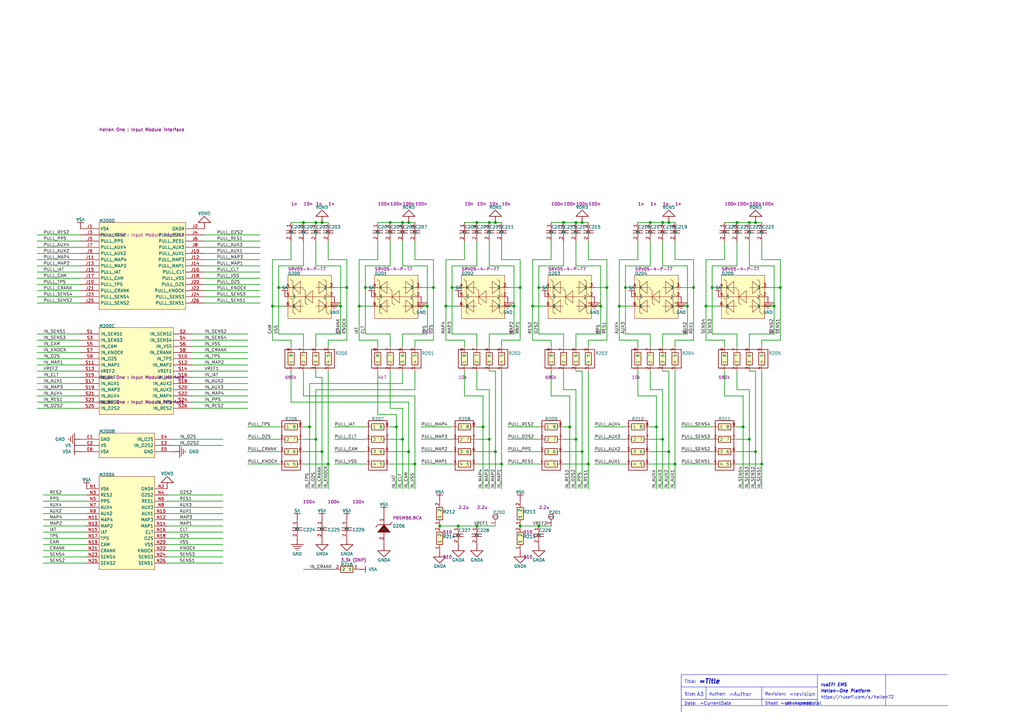
<source format=kicad_sch>
(kicad_sch (version 20201015) (generator eeschema)
  (paper "A3")
  (title_block (title "Hellen-One: Input") (rev "0.1"))
  (junction (at 111.76 125.5522) (diameter 1.016))
  (junction (at 114.3 117.9322) (diameter 1.016))
  (junction (at 124.46 91.2622) (diameter 1.016))
  (junction (at 127 175.0822) (diameter 1.016))
  (junction (at 129.54 91.2622) (diameter 1.016))
  (junction (at 129.54 180.1622) (diameter 1.016))
  (junction (at 132.08 91.2622) (diameter 1.016))
  (junction (at 132.08 185.2422) (diameter 1.016))
  (junction (at 134.62 190.3222) (diameter 1.016))
  (junction (at 139.7 125.5522) (diameter 1.016))
  (junction (at 142.24 117.9322) (diameter 1.016))
  (junction (at 147.32 125.5522) (diameter 1.016))
  (junction (at 149.86 117.9322) (diameter 1.016))
  (junction (at 160.02 91.2622) (diameter 1.016))
  (junction (at 162.56 175.0822) (diameter 1.016))
  (junction (at 165.1 91.2622) (diameter 1.016))
  (junction (at 165.1 180.1622) (diameter 1.016))
  (junction (at 167.64 91.2622) (diameter 1.016))
  (junction (at 167.64 185.2422) (diameter 1.016))
  (junction (at 170.18 190.3222) (diameter 1.016))
  (junction (at 175.26 125.5522) (diameter 1.016))
  (junction (at 177.8 117.9322) (diameter 1.016))
  (junction (at 180.34 215.7222) (diameter 1.016))
  (junction (at 182.88 125.5522) (diameter 1.016))
  (junction (at 185.42 117.9322) (diameter 1.016))
  (junction (at 187.96 215.7222) (diameter 1.016))
  (junction (at 195.58 91.2622) (diameter 1.016))
  (junction (at 195.58 215.7222) (diameter 1.016))
  (junction (at 198.12 175.0822) (diameter 1.016))
  (junction (at 200.66 91.2622) (diameter 1.016))
  (junction (at 200.66 180.1622) (diameter 1.016))
  (junction (at 203.2 91.2622) (diameter 1.016))
  (junction (at 203.2 185.2422) (diameter 1.016))
  (junction (at 205.74 190.3222) (diameter 1.016))
  (junction (at 210.82 125.5522) (diameter 1.016))
  (junction (at 213.36 117.9322) (diameter 1.016))
  (junction (at 213.36 215.7222) (diameter 1.016))
  (junction (at 218.44 125.5522) (diameter 1.016))
  (junction (at 220.98 117.9322) (diameter 1.016))
  (junction (at 220.98 215.7222) (diameter 1.016))
  (junction (at 231.14 91.2622) (diameter 1.016))
  (junction (at 233.68 175.0822) (diameter 1.016))
  (junction (at 236.22 91.2622) (diameter 1.016))
  (junction (at 236.22 180.1622) (diameter 1.016))
  (junction (at 238.76 91.2622) (diameter 1.016))
  (junction (at 238.76 185.2422) (diameter 1.016))
  (junction (at 241.3 190.3222) (diameter 1.016))
  (junction (at 246.38 125.5522) (diameter 1.016))
  (junction (at 248.92 117.9322) (diameter 1.016))
  (junction (at 254 125.5522) (diameter 1.016))
  (junction (at 256.54 117.9322) (diameter 1.016))
  (junction (at 266.7 91.2622) (diameter 1.016))
  (junction (at 269.24 175.0822) (diameter 1.016))
  (junction (at 271.78 91.2622) (diameter 1.016))
  (junction (at 271.78 180.1622) (diameter 1.016))
  (junction (at 274.32 91.2622) (diameter 1.016))
  (junction (at 274.32 185.2422) (diameter 1.016))
  (junction (at 276.86 190.3222) (diameter 1.016))
  (junction (at 281.94 125.5522) (diameter 1.016))
  (junction (at 284.48 117.9322) (diameter 1.016))
  (junction (at 289.56 125.5522) (diameter 1.016))
  (junction (at 292.1 117.9322) (diameter 1.016))
  (junction (at 302.26 91.2622) (diameter 1.016))
  (junction (at 304.8 175.0822) (diameter 1.016))
  (junction (at 307.34 91.2622) (diameter 1.016))
  (junction (at 307.34 180.1622) (diameter 1.016))
  (junction (at 309.88 91.2622) (diameter 1.016))
  (junction (at 309.88 185.2422) (diameter 1.016))
  (junction (at 312.42 190.3222) (diameter 1.016))
  (junction (at 317.5 125.5522) (diameter 1.016))
  (junction (at 320.04 117.9322) (diameter 1.016))
  (wire (pts (xy 33.02 96.3422) (xy 15.24 96.3422)) (stroke (width 0.254)))
  (wire (pts (xy 33.02 98.8822) (xy 15.24 98.8822)) (stroke (width 0.254)))
  (wire (pts (xy 33.02 101.4222) (xy 15.24 101.4222)) (stroke (width 0.254)))
  (wire (pts (xy 33.02 103.9622) (xy 15.24 103.9622)) (stroke (width 0.254)))
  (wire (pts (xy 33.02 106.5022) (xy 15.24 106.5022)) (stroke (width 0.254)))
  (wire (pts (xy 33.02 109.0422) (xy 15.24 109.0422)) (stroke (width 0.254)))
  (wire (pts (xy 33.02 111.5822) (xy 15.24 111.5822)) (stroke (width 0.254)))
  (wire (pts (xy 33.02 114.1222) (xy 15.24 114.1222)) (stroke (width 0.254)))
  (wire (pts (xy 33.02 116.6622) (xy 15.24 116.6622)) (stroke (width 0.254)))
  (wire (pts (xy 33.02 119.2022) (xy 15.24 119.2022)) (stroke (width 0.254)))
  (wire (pts (xy 33.02 121.7422) (xy 15.24 121.7422)) (stroke (width 0.254)))
  (wire (pts (xy 33.02 124.2822) (xy 15.24 124.2822)) (stroke (width 0.254)))
  (wire (pts (xy 33.02 136.9822) (xy 15.24 136.9822)) (stroke (width 0.254)))
  (wire (pts (xy 33.02 139.5222) (xy 15.24 139.5222)) (stroke (width 0.254)))
  (wire (pts (xy 33.02 142.0622) (xy 15.24 142.0622)) (stroke (width 0.254)))
  (wire (pts (xy 33.02 144.6022) (xy 15.24 144.6022)) (stroke (width 0.254)))
  (wire (pts (xy 33.02 147.1422) (xy 15.24 147.1422)) (stroke (width 0.254)))
  (wire (pts (xy 33.02 149.6822) (xy 15.24 149.6822)) (stroke (width 0.254)))
  (wire (pts (xy 33.02 152.2222) (xy 15.24 152.2222)) (stroke (width 0.254)))
  (wire (pts (xy 33.02 154.7622) (xy 15.24 154.7622)) (stroke (width 0.254)))
  (wire (pts (xy 33.02 157.3022) (xy 15.24 157.3022)) (stroke (width 0.254)))
  (wire (pts (xy 33.02 159.8422) (xy 15.24 159.8422)) (stroke (width 0.254)))
  (wire (pts (xy 33.02 162.3822) (xy 15.24 162.3822)) (stroke (width 0.254)))
  (wire (pts (xy 33.02 164.9222) (xy 15.24 164.9222)) (stroke (width 0.254)))
  (wire (pts (xy 33.02 167.4622) (xy 15.24 167.4622)) (stroke (width 0.254)))
  (wire (pts (xy 35.56 203.0222) (xy 17.78 203.0222)) (stroke (width 0.254)))
  (wire (pts (xy 35.56 205.5622) (xy 17.78 205.5622)) (stroke (width 0.254)))
  (wire (pts (xy 35.56 208.1022) (xy 17.78 208.1022)) (stroke (width 0.254)))
  (wire (pts (xy 35.56 210.6422) (xy 17.78 210.6422)) (stroke (width 0.254)))
  (wire (pts (xy 35.56 213.1822) (xy 17.78 213.1822)) (stroke (width 0.254)))
  (wire (pts (xy 35.56 215.7222) (xy 17.78 215.7222)) (stroke (width 0.254)))
  (wire (pts (xy 35.56 218.2622) (xy 17.78 218.2622)) (stroke (width 0.254)))
  (wire (pts (xy 35.56 220.8022) (xy 17.78 220.8022)) (stroke (width 0.254)))
  (wire (pts (xy 35.56 223.3422) (xy 17.78 223.3422)) (stroke (width 0.254)))
  (wire (pts (xy 35.56 225.8822) (xy 17.78 225.8822)) (stroke (width 0.254)))
  (wire (pts (xy 35.56 228.4222) (xy 17.78 228.4222)) (stroke (width 0.254)))
  (wire (pts (xy 35.56 230.9622) (xy 17.78 230.9622)) (stroke (width 0.254)))
  (wire (pts (xy 68.58 203.0222) (xy 91.44 203.0222)) (stroke (width 0.254)))
  (wire (pts (xy 68.58 205.5622) (xy 91.44 205.5622)) (stroke (width 0.254)))
  (wire (pts (xy 68.58 208.1022) (xy 91.44 208.1022)) (stroke (width 0.254)))
  (wire (pts (xy 68.58 210.6422) (xy 91.44 210.6422)) (stroke (width 0.254)))
  (wire (pts (xy 68.58 213.1822) (xy 91.44 213.1822)) (stroke (width 0.254)))
  (wire (pts (xy 68.58 215.7222) (xy 91.44 215.7222)) (stroke (width 0.254)))
  (wire (pts (xy 68.58 218.2622) (xy 91.44 218.2622)) (stroke (width 0.254)))
  (wire (pts (xy 68.58 220.8022) (xy 91.44 220.8022)) (stroke (width 0.254)))
  (wire (pts (xy 68.58 223.3422) (xy 91.44 223.3422)) (stroke (width 0.254)))
  (wire (pts (xy 68.58 225.8822) (xy 91.44 225.8822)) (stroke (width 0.254)))
  (wire (pts (xy 68.58 228.4222) (xy 91.44 228.4222)) (stroke (width 0.254)))
  (wire (pts (xy 68.58 230.9622) (xy 91.44 230.9622)) (stroke (width 0.254)))
  (wire (pts (xy 71.12 180.1622) (xy 91.44 180.1622)) (stroke (width 0.254)))
  (wire (pts (xy 71.12 182.7022) (xy 91.44 182.7022)) (stroke (width 0.254)))
  (wire (pts (xy 78.74 136.9822) (xy 101.6 136.9822)) (stroke (width 0.254)))
  (wire (pts (xy 78.74 139.5222) (xy 101.6 139.5222)) (stroke (width 0.254)))
  (wire (pts (xy 78.74 142.0622) (xy 101.6 142.0622)) (stroke (width 0.254)))
  (wire (pts (xy 78.74 144.6022) (xy 101.6 144.6022)) (stroke (width 0.254)))
  (wire (pts (xy 78.74 147.1422) (xy 101.6 147.1422)) (stroke (width 0.254)))
  (wire (pts (xy 78.74 149.6822) (xy 101.6 149.6822)) (stroke (width 0.254)))
  (wire (pts (xy 78.74 152.2222) (xy 101.6 152.2222)) (stroke (width 0.254)))
  (wire (pts (xy 78.74 154.7622) (xy 101.6 154.7622)) (stroke (width 0.254)))
  (wire (pts (xy 78.74 157.3022) (xy 101.6 157.3022)) (stroke (width 0.254)))
  (wire (pts (xy 78.74 159.8422) (xy 101.6 159.8422)) (stroke (width 0.254)))
  (wire (pts (xy 78.74 162.3822) (xy 101.6 162.3822)) (stroke (width 0.254)))
  (wire (pts (xy 78.74 164.9222) (xy 101.6 164.9222)) (stroke (width 0.254)))
  (wire (pts (xy 78.74 167.4622) (xy 101.6 167.4622)) (stroke (width 0.254)))
  (wire (pts (xy 83.82 96.3422) (xy 106.68 96.3422)) (stroke (width 0.254)))
  (wire (pts (xy 83.82 98.8822) (xy 106.68 98.8822)) (stroke (width 0.254)))
  (wire (pts (xy 83.82 101.4222) (xy 106.68 101.4222)) (stroke (width 0.254)))
  (wire (pts (xy 83.82 103.9622) (xy 106.68 103.9622)) (stroke (width 0.254)))
  (wire (pts (xy 83.82 106.5022) (xy 106.68 106.5022)) (stroke (width 0.254)))
  (wire (pts (xy 83.82 109.0422) (xy 106.68 109.0422)) (stroke (width 0.254)))
  (wire (pts (xy 83.82 111.5822) (xy 106.68 111.5822)) (stroke (width 0.254)))
  (wire (pts (xy 83.82 114.1222) (xy 106.68 114.1222)) (stroke (width 0.254)))
  (wire (pts (xy 83.82 116.6622) (xy 106.68 116.6622)) (stroke (width 0.254)))
  (wire (pts (xy 83.82 119.2022) (xy 106.68 119.2022)) (stroke (width 0.254)))
  (wire (pts (xy 83.82 121.7422) (xy 106.68 121.7422)) (stroke (width 0.254)))
  (wire (pts (xy 83.82 124.2822) (xy 106.68 124.2822)) (stroke (width 0.254)))
  (wire (pts (xy 111.76 106.5022) (xy 119.38 106.5022)) (stroke (width 0.254)))
  (wire (pts (xy 111.76 125.5522) (xy 111.76 106.5022)) (stroke (width 0.254)))
  (wire (pts (xy 111.76 139.5222) (xy 111.76 125.5522)) (stroke (width 0.254)))
  (wire (pts (xy 114.3 109.0422) (xy 124.46 109.0422)) (stroke (width 0.254)))
  (wire (pts (xy 114.3 117.9322) (xy 114.3 109.0422)) (stroke (width 0.254)))
  (wire (pts (xy 114.3 117.9322) (xy 116.84 117.9322)) (stroke (width 0.254)))
  (wire (pts (xy 114.3 136.9822) (xy 114.3 117.9322)) (stroke (width 0.254)))
  (wire (pts (xy 114.3 175.0822) (xy 101.6 175.0822)) (stroke (width 0.254)))
  (wire (pts (xy 114.3 180.1622) (xy 101.6 180.1622)) (stroke (width 0.254)))
  (wire (pts (xy 114.3 185.2422) (xy 101.6 185.2422)) (stroke (width 0.254)))
  (wire (pts (xy 114.3 190.3222) (xy 101.6 190.3222)) (stroke (width 0.254)))
  (wire (pts (xy 116.84 125.5522) (xy 111.76 125.5522)) (stroke (width 0.254)))
  (wire (pts (xy 119.38 106.5022) (xy 119.38 98.8822)) (stroke (width 0.254)))
  (wire (pts (xy 119.38 139.5222) (xy 111.76 139.5222)) (stroke (width 0.254)))
  (wire (pts (xy 119.38 142.0622) (xy 119.38 139.5222)) (stroke (width 0.254)))
  (wire (pts (xy 119.38 152.2222) (xy 119.38 164.9222)) (stroke (width 0.254)))
  (wire (pts (xy 119.38 164.9222) (xy 167.64 164.9222)) (stroke (width 0.254)))
  (wire (pts (xy 124.46 91.2622) (xy 119.38 91.2622)) (stroke (width 0.254)))
  (wire (pts (xy 124.46 109.0422) (xy 124.46 98.8822)) (stroke (width 0.254)))
  (wire (pts (xy 124.46 136.9822) (xy 114.3 136.9822)) (stroke (width 0.254)))
  (wire (pts (xy 124.46 142.0622) (xy 124.46 136.9822)) (stroke (width 0.254)))
  (wire (pts (xy 124.46 162.3822) (xy 124.46 152.2222)) (stroke (width 0.254)))
  (wire (pts (xy 124.46 175.0822) (xy 127 175.0822)) (stroke (width 0.254)))
  (wire (pts (xy 124.46 180.1622) (xy 129.54 180.1622)) (stroke (width 0.254)))
  (wire (pts (xy 124.46 185.2422) (xy 132.08 185.2422)) (stroke (width 0.254)))
  (wire (pts (xy 124.46 190.3222) (xy 134.62 190.3222)) (stroke (width 0.254)))
  (wire (pts (xy 124.46 233.5022) (xy 137.16 233.5022)) (stroke (width 0.254)))
  (wire (pts (xy 127 157.3022) (xy 165.1 157.3022)) (stroke (width 0.254)))
  (wire (pts (xy 127 175.0822) (xy 127 157.3022)) (stroke (width 0.254)))
  (wire (pts (xy 127 200.4822) (xy 127 175.0822)) (stroke (width 0.254)))
  (wire (pts (xy 129.54 91.2622) (xy 124.46 91.2622)) (stroke (width 0.254)))
  (wire (pts (xy 129.54 109.0422) (xy 129.54 98.8822)) (stroke (width 0.254)))
  (wire (pts (xy 129.54 136.9822) (xy 139.7 136.9822)) (stroke (width 0.254)))
  (wire (pts (xy 129.54 142.0622) (xy 129.54 136.9822)) (stroke (width 0.254)))
  (wire (pts (xy 129.54 152.2222) (xy 129.54 154.7622)) (stroke (width 0.254)))
  (wire (pts (xy 129.54 154.7622) (xy 132.08 154.7622)) (stroke (width 0.254)))
  (wire (pts (xy 129.54 159.8422) (xy 170.18 159.8422)) (stroke (width 0.254)))
  (wire (pts (xy 129.54 180.1622) (xy 129.54 159.8422)) (stroke (width 0.254)))
  (wire (pts (xy 129.54 200.4822) (xy 129.54 180.1622)) (stroke (width 0.254)))
  (wire (pts (xy 132.08 91.2622) (xy 129.54 91.2622)) (stroke (width 0.254)))
  (wire (pts (xy 132.08 91.2622) (xy 134.62 91.2622)) (stroke (width 0.254)))
  (wire (pts (xy 132.08 154.7622) (xy 132.08 185.2422)) (stroke (width 0.254)))
  (wire (pts (xy 132.08 185.2422) (xy 132.08 200.4822)) (stroke (width 0.254)))
  (wire (pts (xy 134.62 98.8822) (xy 134.62 106.5022)) (stroke (width 0.254)))
  (wire (pts (xy 134.62 106.5022) (xy 142.24 106.5022)) (stroke (width 0.254)))
  (wire (pts (xy 134.62 139.5222) (xy 142.24 139.5222)) (stroke (width 0.254)))
  (wire (pts (xy 134.62 142.0622) (xy 134.62 139.5222)) (stroke (width 0.254)))
  (wire (pts (xy 134.62 190.3222) (xy 134.62 152.2222)) (stroke (width 0.254)))
  (wire (pts (xy 134.62 200.4822) (xy 134.62 190.3222)) (stroke (width 0.254)))
  (wire (pts (xy 137.16 125.5522) (xy 139.7 125.5522)) (stroke (width 0.254)))
  (wire (pts (xy 139.7 109.0422) (xy 129.54 109.0422)) (stroke (width 0.254)))
  (wire (pts (xy 139.7 125.5522) (xy 139.7 109.0422)) (stroke (width 0.254)))
  (wire (pts (xy 139.7 136.9822) (xy 139.7 125.5522)) (stroke (width 0.254)))
  (wire (pts (xy 142.24 106.5022) (xy 142.24 117.9322)) (stroke (width 0.254)))
  (wire (pts (xy 142.24 117.9322) (xy 137.16 117.9322)) (stroke (width 0.254)))
  (wire (pts (xy 142.24 139.5222) (xy 142.24 117.9322)) (stroke (width 0.254)))
  (wire (pts (xy 147.32 106.5022) (xy 154.94 106.5022)) (stroke (width 0.254)))
  (wire (pts (xy 147.32 125.5522) (xy 147.32 106.5022)) (stroke (width 0.254)))
  (wire (pts (xy 147.32 139.5222) (xy 147.32 125.5522)) (stroke (width 0.254)))
  (wire (pts (xy 149.86 109.0422) (xy 160.02 109.0422)) (stroke (width 0.254)))
  (wire (pts (xy 149.86 117.9322) (xy 149.86 109.0422)) (stroke (width 0.254)))
  (wire (pts (xy 149.86 117.9322) (xy 152.4 117.9322)) (stroke (width 0.254)))
  (wire (pts (xy 149.86 136.9822) (xy 149.86 117.9322)) (stroke (width 0.254)))
  (wire (pts (xy 149.86 175.0822) (xy 137.16 175.0822)) (stroke (width 0.254)))
  (wire (pts (xy 149.86 180.1622) (xy 137.16 180.1622)) (stroke (width 0.254)))
  (wire (pts (xy 149.86 185.2422) (xy 137.16 185.2422)) (stroke (width 0.254)))
  (wire (pts (xy 149.86 190.3222) (xy 137.16 190.3222)) (stroke (width 0.254)))
  (wire (pts (xy 152.4 125.5522) (xy 147.32 125.5522)) (stroke (width 0.254)))
  (wire (pts (xy 154.94 106.5022) (xy 154.94 98.8822)) (stroke (width 0.254)))
  (wire (pts (xy 154.94 139.5222) (xy 147.32 139.5222)) (stroke (width 0.254)))
  (wire (pts (xy 154.94 142.0622) (xy 154.94 139.5222)) (stroke (width 0.254)))
  (wire (pts (xy 154.94 152.2222) (xy 154.94 170.0022)) (stroke (width 0.254)))
  (wire (pts (xy 154.94 170.0022) (xy 162.56 170.0022)) (stroke (width 0.254)))
  (wire (pts (xy 160.02 91.2622) (xy 154.94 91.2622)) (stroke (width 0.254)))
  (wire (pts (xy 160.02 109.0422) (xy 160.02 98.8822)) (stroke (width 0.254)))
  (wire (pts (xy 160.02 136.9822) (xy 149.86 136.9822)) (stroke (width 0.254)))
  (wire (pts (xy 160.02 142.0622) (xy 160.02 136.9822)) (stroke (width 0.254)))
  (wire (pts (xy 160.02 167.4622) (xy 160.02 152.2222)) (stroke (width 0.254)))
  (wire (pts (xy 160.02 175.0822) (xy 162.56 175.0822)) (stroke (width 0.254)))
  (wire (pts (xy 160.02 180.1622) (xy 165.1 180.1622)) (stroke (width 0.254)))
  (wire (pts (xy 160.02 185.2422) (xy 167.64 185.2422)) (stroke (width 0.254)))
  (wire (pts (xy 160.02 190.3222) (xy 170.18 190.3222)) (stroke (width 0.254)))
  (wire (pts (xy 162.56 170.0022) (xy 162.56 175.0822)) (stroke (width 0.254)))
  (wire (pts (xy 162.56 175.0822) (xy 162.56 200.4822)) (stroke (width 0.254)))
  (wire (pts (xy 165.1 91.2622) (xy 160.02 91.2622)) (stroke (width 0.254)))
  (wire (pts (xy 165.1 109.0422) (xy 165.1 98.8822)) (stroke (width 0.254)))
  (wire (pts (xy 165.1 136.9822) (xy 175.26 136.9822)) (stroke (width 0.254)))
  (wire (pts (xy 165.1 142.0622) (xy 165.1 136.9822)) (stroke (width 0.254)))
  (wire (pts (xy 165.1 157.3022) (xy 165.1 152.2222)) (stroke (width 0.254)))
  (wire (pts (xy 165.1 167.4622) (xy 160.02 167.4622)) (stroke (width 0.254)))
  (wire (pts (xy 165.1 180.1622) (xy 165.1 167.4622)) (stroke (width 0.254)))
  (wire (pts (xy 165.1 200.4822) (xy 165.1 180.1622)) (stroke (width 0.254)))
  (wire (pts (xy 167.64 91.2622) (xy 165.1 91.2622)) (stroke (width 0.254)))
  (wire (pts (xy 167.64 91.2622) (xy 170.18 91.2622)) (stroke (width 0.254)))
  (wire (pts (xy 167.64 164.9222) (xy 167.64 185.2422)) (stroke (width 0.254)))
  (wire (pts (xy 167.64 185.2422) (xy 167.64 200.4822)) (stroke (width 0.254)))
  (wire (pts (xy 170.18 98.8822) (xy 170.18 106.5022)) (stroke (width 0.254)))
  (wire (pts (xy 170.18 106.5022) (xy 177.8 106.5022)) (stroke (width 0.254)))
  (wire (pts (xy 170.18 139.5222) (xy 177.8 139.5222)) (stroke (width 0.254)))
  (wire (pts (xy 170.18 142.0622) (xy 170.18 139.5222)) (stroke (width 0.254)))
  (wire (pts (xy 170.18 159.8422) (xy 170.18 152.2222)) (stroke (width 0.254)))
  (wire (pts (xy 170.18 162.3822) (xy 124.46 162.3822)) (stroke (width 0.254)))
  (wire (pts (xy 170.18 190.3222) (xy 170.18 162.3822)) (stroke (width 0.254)))
  (wire (pts (xy 170.18 200.4822) (xy 170.18 190.3222)) (stroke (width 0.254)))
  (wire (pts (xy 175.26 109.0422) (xy 165.1 109.0422)) (stroke (width 0.254)))
  (wire (pts (xy 175.26 125.5522) (xy 172.72 125.5522)) (stroke (width 0.254)))
  (wire (pts (xy 175.26 125.5522) (xy 175.26 109.0422)) (stroke (width 0.254)))
  (wire (pts (xy 175.26 136.9822) (xy 175.26 125.5522)) (stroke (width 0.254)))
  (wire (pts (xy 177.8 106.5022) (xy 177.8 117.9322)) (stroke (width 0.254)))
  (wire (pts (xy 177.8 117.9322) (xy 172.72 117.9322)) (stroke (width 0.254)))
  (wire (pts (xy 177.8 139.5222) (xy 177.8 117.9322)) (stroke (width 0.254)))
  (wire (pts (xy 180.34 215.7222) (xy 187.96 215.7222)) (stroke (width 0.254)))
  (wire (pts (xy 182.88 106.5022) (xy 190.5 106.5022)) (stroke (width 0.254)))
  (wire (pts (xy 182.88 125.5522) (xy 182.88 106.5022)) (stroke (width 0.254)))
  (wire (pts (xy 182.88 139.5222) (xy 182.88 125.5522)) (stroke (width 0.254)))
  (wire (pts (xy 185.42 109.0422) (xy 195.58 109.0422)) (stroke (width 0.254)))
  (wire (pts (xy 185.42 117.9322) (xy 185.42 109.0422)) (stroke (width 0.254)))
  (wire (pts (xy 185.42 117.9322) (xy 187.96 117.9322)) (stroke (width 0.254)))
  (wire (pts (xy 185.42 136.9822) (xy 185.42 117.9322)) (stroke (width 0.254)))
  (wire (pts (xy 185.42 175.0822) (xy 172.72 175.0822)) (stroke (width 0.254)))
  (wire (pts (xy 185.42 180.1622) (xy 172.72 180.1622)) (stroke (width 0.254)))
  (wire (pts (xy 185.42 185.2422) (xy 172.72 185.2422)) (stroke (width 0.254)))
  (wire (pts (xy 185.42 190.3222) (xy 172.72 190.3222)) (stroke (width 0.254)))
  (wire (pts (xy 187.96 125.5522) (xy 182.88 125.5522)) (stroke (width 0.254)))
  (wire (pts (xy 187.96 215.7222) (xy 195.58 215.7222)) (stroke (width 0.254)))
  (wire (pts (xy 190.5 106.5022) (xy 190.5 98.8822)) (stroke (width 0.254)))
  (wire (pts (xy 190.5 139.5222) (xy 182.88 139.5222)) (stroke (width 0.254)))
  (wire (pts (xy 190.5 142.0622) (xy 190.5 139.5222)) (stroke (width 0.254)))
  (wire (pts (xy 190.5 162.3822) (xy 190.5 152.2222)) (stroke (width 0.254)))
  (wire (pts (xy 195.58 91.2622) (xy 190.5 91.2622)) (stroke (width 0.254)))
  (wire (pts (xy 195.58 109.0422) (xy 195.58 98.8822)) (stroke (width 0.254)))
  (wire (pts (xy 195.58 136.9822) (xy 185.42 136.9822)) (stroke (width 0.254)))
  (wire (pts (xy 195.58 142.0622) (xy 195.58 136.9822)) (stroke (width 0.254)))
  (wire (pts (xy 195.58 159.8422) (xy 195.58 152.2222)) (stroke (width 0.254)))
  (wire (pts (xy 195.58 175.0822) (xy 198.12 175.0822)) (stroke (width 0.254)))
  (wire (pts (xy 195.58 180.1622) (xy 200.66 180.1622)) (stroke (width 0.254)))
  (wire (pts (xy 195.58 185.2422) (xy 203.2 185.2422)) (stroke (width 0.254)))
  (wire (pts (xy 195.58 190.3222) (xy 205.74 190.3222)) (stroke (width 0.254)))
  (wire (pts (xy 195.58 215.7222) (xy 203.2 215.7222)) (stroke (width 0.254)))
  (wire (pts (xy 198.12 162.3822) (xy 190.5 162.3822)) (stroke (width 0.254)))
  (wire (pts (xy 198.12 175.0822) (xy 198.12 162.3822)) (stroke (width 0.254)))
  (wire (pts (xy 198.12 175.0822) (xy 198.12 200.4822)) (stroke (width 0.254)))
  (wire (pts (xy 200.66 91.2622) (xy 195.58 91.2622)) (stroke (width 0.254)))
  (wire (pts (xy 200.66 109.0422) (xy 200.66 98.8822)) (stroke (width 0.254)))
  (wire (pts (xy 200.66 136.9822) (xy 210.82 136.9822)) (stroke (width 0.254)))
  (wire (pts (xy 200.66 142.0622) (xy 200.66 136.9822)) (stroke (width 0.254)))
  (wire (pts (xy 200.66 159.8422) (xy 195.58 159.8422)) (stroke (width 0.254)))
  (wire (pts (xy 200.66 180.1622) (xy 200.66 159.8422)) (stroke (width 0.254)))
  (wire (pts (xy 200.66 200.4822) (xy 200.66 180.1622)) (stroke (width 0.254)))
  (wire (pts (xy 203.2 91.2622) (xy 200.66 91.2622)) (stroke (width 0.254)))
  (wire (pts (xy 203.2 91.2622) (xy 205.74 91.2622)) (stroke (width 0.254)))
  (wire (pts (xy 203.2 152.2222) (xy 200.66 152.2222)) (stroke (width 0.254)))
  (wire (pts (xy 203.2 185.2422) (xy 203.2 152.2222)) (stroke (width 0.254)))
  (wire (pts (xy 203.2 200.4822) (xy 203.2 185.2422)) (stroke (width 0.254)))
  (wire (pts (xy 205.74 98.8822) (xy 205.74 106.5022)) (stroke (width 0.254)))
  (wire (pts (xy 205.74 106.5022) (xy 213.36 106.5022)) (stroke (width 0.254)))
  (wire (pts (xy 205.74 139.5222) (xy 213.36 139.5222)) (stroke (width 0.254)))
  (wire (pts (xy 205.74 142.0622) (xy 205.74 139.5222)) (stroke (width 0.254)))
  (wire (pts (xy 205.74 190.3222) (xy 205.74 152.2222)) (stroke (width 0.254)))
  (wire (pts (xy 205.74 200.4822) (xy 205.74 190.3222)) (stroke (width 0.254)))
  (wire (pts (xy 208.28 125.5522) (xy 210.82 125.5522)) (stroke (width 0.254)))
  (wire (pts (xy 210.82 109.0422) (xy 200.66 109.0422)) (stroke (width 0.254)))
  (wire (pts (xy 210.82 125.5522) (xy 210.82 109.0422)) (stroke (width 0.254)))
  (wire (pts (xy 210.82 136.9822) (xy 210.82 125.5522)) (stroke (width 0.254)))
  (wire (pts (xy 213.36 106.5022) (xy 213.36 117.9322)) (stroke (width 0.254)))
  (wire (pts (xy 213.36 117.9322) (xy 208.28 117.9322)) (stroke (width 0.254)))
  (wire (pts (xy 213.36 139.5222) (xy 213.36 117.9322)) (stroke (width 0.254)))
  (wire (pts (xy 213.36 215.7222) (xy 220.98 215.7222)) (stroke (width 0.254)))
  (wire (pts (xy 218.44 106.5022) (xy 226.06 106.5022)) (stroke (width 0.254)))
  (wire (pts (xy 218.44 125.5522) (xy 218.44 106.5022)) (stroke (width 0.254)))
  (wire (pts (xy 218.44 139.5222) (xy 218.44 125.5522)) (stroke (width 0.254)))
  (wire (pts (xy 220.98 109.0422) (xy 231.14 109.0422)) (stroke (width 0.254)))
  (wire (pts (xy 220.98 117.9322) (xy 220.98 109.0422)) (stroke (width 0.254)))
  (wire (pts (xy 220.98 117.9322) (xy 223.52 117.9322)) (stroke (width 0.254)))
  (wire (pts (xy 220.98 136.9822) (xy 220.98 117.9322)) (stroke (width 0.254)))
  (wire (pts (xy 220.98 175.0822) (xy 208.28 175.0822)) (stroke (width 0.254)))
  (wire (pts (xy 220.98 180.1622) (xy 208.28 180.1622)) (stroke (width 0.254)))
  (wire (pts (xy 220.98 185.2422) (xy 208.28 185.2422)) (stroke (width 0.254)))
  (wire (pts (xy 220.98 190.3222) (xy 208.28 190.3222)) (stroke (width 0.254)))
  (wire (pts (xy 220.98 215.7222) (xy 226.06 215.7222)) (stroke (width 0.254)))
  (wire (pts (xy 223.52 125.5522) (xy 218.44 125.5522)) (stroke (width 0.254)))
  (wire (pts (xy 226.06 106.5022) (xy 226.06 98.8822)) (stroke (width 0.254)))
  (wire (pts (xy 226.06 139.5222) (xy 218.44 139.5222)) (stroke (width 0.254)))
  (wire (pts (xy 226.06 142.0622) (xy 226.06 139.5222)) (stroke (width 0.254)))
  (wire (pts (xy 226.06 162.3822) (xy 226.06 152.2222)) (stroke (width 0.254)))
  (wire (pts (xy 231.14 91.2622) (xy 226.06 91.2622)) (stroke (width 0.254)))
  (wire (pts (xy 231.14 109.0422) (xy 231.14 98.8822)) (stroke (width 0.254)))
  (wire (pts (xy 231.14 136.9822) (xy 220.98 136.9822)) (stroke (width 0.254)))
  (wire (pts (xy 231.14 142.0622) (xy 231.14 136.9822)) (stroke (width 0.254)))
  (wire (pts (xy 231.14 159.8422) (xy 231.14 152.2222)) (stroke (width 0.254)))
  (wire (pts (xy 231.14 175.0822) (xy 233.68 175.0822)) (stroke (width 0.254)))
  (wire (pts (xy 231.14 180.1622) (xy 236.22 180.1622)) (stroke (width 0.254)))
  (wire (pts (xy 231.14 185.2422) (xy 238.76 185.2422)) (stroke (width 0.254)))
  (wire (pts (xy 231.14 190.3222) (xy 241.3 190.3222)) (stroke (width 0.254)))
  (wire (pts (xy 233.68 162.3822) (xy 226.06 162.3822)) (stroke (width 0.254)))
  (wire (pts (xy 233.68 175.0822) (xy 233.68 162.3822)) (stroke (width 0.254)))
  (wire (pts (xy 233.68 200.4822) (xy 233.68 175.0822)) (stroke (width 0.254)))
  (wire (pts (xy 236.22 91.2622) (xy 231.14 91.2622)) (stroke (width 0.254)))
  (wire (pts (xy 236.22 109.0422) (xy 236.22 98.8822)) (stroke (width 0.254)))
  (wire (pts (xy 236.22 136.9822) (xy 246.38 136.9822)) (stroke (width 0.254)))
  (wire (pts (xy 236.22 142.0622) (xy 236.22 136.9822)) (stroke (width 0.254)))
  (wire (pts (xy 236.22 159.8422) (xy 231.14 159.8422)) (stroke (width 0.254)))
  (wire (pts (xy 236.22 180.1622) (xy 236.22 159.8422)) (stroke (width 0.254)))
  (wire (pts (xy 236.22 200.4822) (xy 236.22 180.1622)) (stroke (width 0.254)))
  (wire (pts (xy 238.76 91.2622) (xy 236.22 91.2622)) (stroke (width 0.254)))
  (wire (pts (xy 238.76 91.2622) (xy 241.3 91.2622)) (stroke (width 0.254)))
  (wire (pts (xy 238.76 152.2222) (xy 236.22 152.2222)) (stroke (width 0.254)))
  (wire (pts (xy 238.76 185.2422) (xy 238.76 152.2222)) (stroke (width 0.254)))
  (wire (pts (xy 238.76 200.4822) (xy 238.76 185.2422)) (stroke (width 0.254)))
  (wire (pts (xy 241.3 98.8822) (xy 241.3 106.5022)) (stroke (width 0.254)))
  (wire (pts (xy 241.3 106.5022) (xy 248.92 106.5022)) (stroke (width 0.254)))
  (wire (pts (xy 241.3 139.5222) (xy 248.92 139.5222)) (stroke (width 0.254)))
  (wire (pts (xy 241.3 142.0622) (xy 241.3 139.5222)) (stroke (width 0.254)))
  (wire (pts (xy 241.3 190.3222) (xy 241.3 152.2222)) (stroke (width 0.254)))
  (wire (pts (xy 241.3 200.4822) (xy 241.3 190.3222)) (stroke (width 0.254)))
  (wire (pts (xy 243.84 125.5522) (xy 246.38 125.5522)) (stroke (width 0.254)))
  (wire (pts (xy 246.38 109.0422) (xy 236.22 109.0422)) (stroke (width 0.254)))
  (wire (pts (xy 246.38 125.5522) (xy 246.38 109.0422)) (stroke (width 0.254)))
  (wire (pts (xy 246.38 136.9822) (xy 246.38 125.5522)) (stroke (width 0.254)))
  (wire (pts (xy 248.92 106.5022) (xy 248.92 117.9322)) (stroke (width 0.254)))
  (wire (pts (xy 248.92 117.9322) (xy 243.84 117.9322)) (stroke (width 0.254)))
  (wire (pts (xy 248.92 139.5222) (xy 248.92 117.9322)) (stroke (width 0.254)))
  (wire (pts (xy 254 106.5022) (xy 261.62 106.5022)) (stroke (width 0.254)))
  (wire (pts (xy 254 125.5522) (xy 254 106.5022)) (stroke (width 0.254)))
  (wire (pts (xy 254 139.5222) (xy 254 125.5522)) (stroke (width 0.254)))
  (wire (pts (xy 256.54 109.0422) (xy 266.7 109.0422)) (stroke (width 0.254)))
  (wire (pts (xy 256.54 117.9322) (xy 256.54 109.0422)) (stroke (width 0.254)))
  (wire (pts (xy 256.54 117.9322) (xy 259.08 117.9322)) (stroke (width 0.254)))
  (wire (pts (xy 256.54 136.9822) (xy 256.54 117.9322)) (stroke (width 0.254)))
  (wire (pts (xy 256.54 175.0822) (xy 243.84 175.0822)) (stroke (width 0.254)))
  (wire (pts (xy 256.54 180.1622) (xy 243.84 180.1622)) (stroke (width 0.254)))
  (wire (pts (xy 256.54 185.2422) (xy 243.84 185.2422)) (stroke (width 0.254)))
  (wire (pts (xy 256.54 190.3222) (xy 243.84 190.3222)) (stroke (width 0.254)))
  (wire (pts (xy 259.08 125.5522) (xy 254 125.5522)) (stroke (width 0.254)))
  (wire (pts (xy 261.62 106.5022) (xy 261.62 98.8822)) (stroke (width 0.254)))
  (wire (pts (xy 261.62 139.5222) (xy 254 139.5222)) (stroke (width 0.254)))
  (wire (pts (xy 261.62 142.0622) (xy 261.62 139.5222)) (stroke (width 0.254)))
  (wire (pts (xy 261.62 162.3822) (xy 261.62 152.2222)) (stroke (width 0.254)))
  (wire (pts (xy 266.7 91.2622) (xy 261.62 91.2622)) (stroke (width 0.254)))
  (wire (pts (xy 266.7 109.0422) (xy 266.7 98.8822)) (stroke (width 0.254)))
  (wire (pts (xy 266.7 136.9822) (xy 256.54 136.9822)) (stroke (width 0.254)))
  (wire (pts (xy 266.7 142.0622) (xy 266.7 136.9822)) (stroke (width 0.254)))
  (wire (pts (xy 266.7 159.8422) (xy 266.7 152.2222)) (stroke (width 0.254)))
  (wire (pts (xy 266.7 175.0822) (xy 269.24 175.0822)) (stroke (width 0.254)))
  (wire (pts (xy 266.7 180.1622) (xy 271.78 180.1622)) (stroke (width 0.254)))
  (wire (pts (xy 266.7 185.2422) (xy 274.32 185.2422)) (stroke (width 0.254)))
  (wire (pts (xy 266.7 190.3222) (xy 276.86 190.3222)) (stroke (width 0.254)))
  (wire (pts (xy 269.24 162.3822) (xy 261.62 162.3822)) (stroke (width 0.254)))
  (wire (pts (xy 269.24 175.0822) (xy 269.24 162.3822)) (stroke (width 0.254)))
  (wire (pts (xy 269.24 200.4822) (xy 269.24 175.0822)) (stroke (width 0.254)))
  (wire (pts (xy 271.78 91.2622) (xy 266.7 91.2622)) (stroke (width 0.254)))
  (wire (pts (xy 271.78 109.0422) (xy 271.78 98.8822)) (stroke (width 0.254)))
  (wire (pts (xy 271.78 136.9822) (xy 281.94 136.9822)) (stroke (width 0.254)))
  (wire (pts (xy 271.78 142.0622) (xy 271.78 136.9822)) (stroke (width 0.254)))
  (wire (pts (xy 271.78 159.8422) (xy 266.7 159.8422)) (stroke (width 0.254)))
  (wire (pts (xy 271.78 180.1622) (xy 271.78 159.8422)) (stroke (width 0.254)))
  (wire (pts (xy 271.78 200.4822) (xy 271.78 180.1622)) (stroke (width 0.254)))
  (wire (pts (xy 274.32 91.2622) (xy 271.78 91.2622)) (stroke (width 0.254)))
  (wire (pts (xy 274.32 91.2622) (xy 276.86 91.2622)) (stroke (width 0.254)))
  (wire (pts (xy 274.32 152.2222) (xy 271.78 152.2222)) (stroke (width 0.254)))
  (wire (pts (xy 274.32 185.2422) (xy 274.32 152.2222)) (stroke (width 0.254)))
  (wire (pts (xy 274.32 200.4822) (xy 274.32 185.2422)) (stroke (width 0.254)))
  (wire (pts (xy 276.86 98.8822) (xy 276.86 106.5022)) (stroke (width 0.254)))
  (wire (pts (xy 276.86 106.5022) (xy 284.48 106.5022)) (stroke (width 0.254)))
  (wire (pts (xy 276.86 139.5222) (xy 284.48 139.5222)) (stroke (width 0.254)))
  (wire (pts (xy 276.86 142.0622) (xy 276.86 139.5222)) (stroke (width 0.254)))
  (wire (pts (xy 276.86 190.3222) (xy 276.86 152.2222)) (stroke (width 0.254)))
  (wire (pts (xy 276.86 200.4822) (xy 276.86 190.3222)) (stroke (width 0.254)))
  (wire (pts (xy 281.94 109.0422) (xy 271.78 109.0422)) (stroke (width 0.254)))
  (wire (pts (xy 281.94 125.5522) (xy 279.4 125.5522)) (stroke (width 0.254)))
  (wire (pts (xy 281.94 125.5522) (xy 281.94 109.0422)) (stroke (width 0.254)))
  (wire (pts (xy 281.94 136.9822) (xy 281.94 125.5522)) (stroke (width 0.254)))
  (wire (pts (xy 284.48 106.5022) (xy 284.48 117.9322)) (stroke (width 0.254)))
  (wire (pts (xy 284.48 117.9322) (xy 279.4 117.9322)) (stroke (width 0.254)))
  (wire (pts (xy 284.48 139.5222) (xy 284.48 117.9322)) (stroke (width 0.254)))
  (wire (pts (xy 289.56 106.5022) (xy 297.18 106.5022)) (stroke (width 0.254)))
  (wire (pts (xy 289.56 125.5522) (xy 289.56 106.5022)) (stroke (width 0.254)))
  (wire (pts (xy 289.56 139.5222) (xy 289.56 125.5522)) (stroke (width 0.254)))
  (wire (pts (xy 292.1 109.0422) (xy 302.26 109.0422)) (stroke (width 0.254)))
  (wire (pts (xy 292.1 117.9322) (xy 292.1 109.0422)) (stroke (width 0.254)))
  (wire (pts (xy 292.1 117.9322) (xy 294.64 117.9322)) (stroke (width 0.254)))
  (wire (pts (xy 292.1 136.9822) (xy 292.1 117.9322)) (stroke (width 0.254)))
  (wire (pts (xy 292.1 175.0822) (xy 279.4 175.0822)) (stroke (width 0.254)))
  (wire (pts (xy 292.1 180.1622) (xy 279.4 180.1622)) (stroke (width 0.254)))
  (wire (pts (xy 292.1 185.2422) (xy 279.4 185.2422)) (stroke (width 0.254)))
  (wire (pts (xy 292.1 190.3222) (xy 279.4 190.3222)) (stroke (width 0.254)))
  (wire (pts (xy 294.64 125.5522) (xy 289.56 125.5522)) (stroke (width 0.254)))
  (wire (pts (xy 297.18 106.5022) (xy 297.18 98.8822)) (stroke (width 0.254)))
  (wire (pts (xy 297.18 139.5222) (xy 289.56 139.5222)) (stroke (width 0.254)))
  (wire (pts (xy 297.18 142.0622) (xy 297.18 139.5222)) (stroke (width 0.254)))
  (wire (pts (xy 297.18 162.3822) (xy 297.18 152.2222)) (stroke (width 0.254)))
  (wire (pts (xy 302.26 91.2622) (xy 297.18 91.2622)) (stroke (width 0.254)))
  (wire (pts (xy 302.26 109.0422) (xy 302.26 98.8822)) (stroke (width 0.254)))
  (wire (pts (xy 302.26 136.9822) (xy 292.1 136.9822)) (stroke (width 0.254)))
  (wire (pts (xy 302.26 142.0622) (xy 302.26 136.9822)) (stroke (width 0.254)))
  (wire (pts (xy 302.26 159.8422) (xy 302.26 152.2222)) (stroke (width 0.254)))
  (wire (pts (xy 302.26 175.0822) (xy 304.8 175.0822)) (stroke (width 0.254)))
  (wire (pts (xy 302.26 180.1622) (xy 307.34 180.1622)) (stroke (width 0.254)))
  (wire (pts (xy 302.26 185.2422) (xy 309.88 185.2422)) (stroke (width 0.254)))
  (wire (pts (xy 302.26 190.3222) (xy 312.42 190.3222)) (stroke (width 0.254)))
  (wire (pts (xy 304.8 162.3822) (xy 297.18 162.3822)) (stroke (width 0.254)))
  (wire (pts (xy 304.8 175.0822) (xy 304.8 162.3822)) (stroke (width 0.254)))
  (wire (pts (xy 304.8 200.4822) (xy 304.8 175.0822)) (stroke (width 0.254)))
  (wire (pts (xy 307.34 91.2622) (xy 302.26 91.2622)) (stroke (width 0.254)))
  (wire (pts (xy 307.34 109.0422) (xy 307.34 98.8822)) (stroke (width 0.254)))
  (wire (pts (xy 307.34 136.9822) (xy 317.5 136.9822)) (stroke (width 0.254)))
  (wire (pts (xy 307.34 142.0622) (xy 307.34 136.9822)) (stroke (width 0.254)))
  (wire (pts (xy 307.34 159.8422) (xy 302.26 159.8422)) (stroke (width 0.254)))
  (wire (pts (xy 307.34 180.1622) (xy 307.34 159.8422)) (stroke (width 0.254)))
  (wire (pts (xy 307.34 200.4822) (xy 307.34 180.1622)) (stroke (width 0.254)))
  (wire (pts (xy 309.88 91.2622) (xy 307.34 91.2622)) (stroke (width 0.254)))
  (wire (pts (xy 309.88 91.2622) (xy 312.42 91.2622)) (stroke (width 0.254)))
  (wire (pts (xy 309.88 152.2222) (xy 307.34 152.2222)) (stroke (width 0.254)))
  (wire (pts (xy 309.88 185.2422) (xy 309.88 152.2222)) (stroke (width 0.254)))
  (wire (pts (xy 309.88 200.4822) (xy 309.88 185.2422)) (stroke (width 0.254)))
  (wire (pts (xy 312.42 98.8822) (xy 312.42 106.5022)) (stroke (width 0.254)))
  (wire (pts (xy 312.42 106.5022) (xy 320.04 106.5022)) (stroke (width 0.254)))
  (wire (pts (xy 312.42 139.5222) (xy 320.04 139.5222)) (stroke (width 0.254)))
  (wire (pts (xy 312.42 142.0622) (xy 312.42 139.5222)) (stroke (width 0.254)))
  (wire (pts (xy 312.42 190.3222) (xy 312.42 152.2222)) (stroke (width 0.254)))
  (wire (pts (xy 312.42 200.4822) (xy 312.42 190.3222)) (stroke (width 0.254)))
  (wire (pts (xy 317.5 109.0422) (xy 307.34 109.0422)) (stroke (width 0.254)))
  (wire (pts (xy 317.5 125.5522) (xy 314.96 125.5522)) (stroke (width 0.254)))
  (wire (pts (xy 317.5 125.5522) (xy 317.5 109.0422)) (stroke (width 0.254)))
  (wire (pts (xy 317.5 136.9822) (xy 317.5 125.5522)) (stroke (width 0.254)))
  (wire (pts (xy 320.04 106.5022) (xy 320.04 117.9322)) (stroke (width 0.254)))
  (wire (pts (xy 320.04 117.9322) (xy 314.96 117.9322)) (stroke (width 0.254)))
  (wire (pts (xy 320.04 139.5222) (xy 320.04 117.9322)) (stroke (width 0.254)))
  (polyline (pts (xy 279.4 276.6822) (xy 279.4 291.9222)) (stroke (width 0) (type solid)))
  (polyline (pts (xy 279.4 281.7622) (xy 335.28 281.7622)) (stroke (width 0) (type solid)))
  (polyline (pts (xy 279.4 286.8422) (xy 335.28 286.8422)) (stroke (width 0) (type solid)))
  (polyline (pts (xy 289.56 281.7622) (xy 289.56 286.8422)) (stroke (width 0) (type solid)))
  (polyline (pts (xy 312.42 281.7622) (xy 312.42 289.3822)) (stroke (width 0) (type solid)))
  (polyline (pts (xy 335.28 276.6822) (xy 335.28 289.3822)) (stroke (width 0) (type solid)))
  (polyline (pts (xy 363.22 276.6822) (xy 279.4 276.6822)) (stroke (width 0) (type solid)))
  (polyline (pts (xy 363.22 276.6822) (xy 363.22 289.3822)) (stroke (width 0) (type solid)))
  (polyline (pts (xy 363.22 289.3822) (xy 279.4 289.3822)) (stroke (width 0) (type solid)))
  (polyline (pts (xy 363.22 289.3822) (xy 388.62 289.3822)) (stroke (width 0) (type solid)))
  (polyline (pts (xy 388.62 276.6822) (xy 363.22 276.6822)) (stroke (width 0) (type solid)))
  (text "Title:" (at 280.67 280.4922 180) (effects (font (size 1.27 1.27)) (justify left bottom)))
  (text "Size:" (at 280.67 285.5722 180) (effects (font (size 1.27 1.27)) (justify left bottom)))
  (text "Date:" (at 280.67 289.3822 180) (effects (font (size 1.27 1.27)) (justify left bottom)))
  (text "A3" (at 285.75 285.8262 180) (effects (font (size 1.524 1.524)) (justify left bottom)))
  (text "=Title" (at 286.512 280.7462 180) (effects (font (size 1.905 1.905) bold italic) (justify left bottom)))
  (text "=CurrentDate" (at 287.02 289.3822 180) (effects (font (size 1.27 1.27)) (justify left bottom)))
  (text "Author:" (at 290.83 285.5722 180) (effects (font (size 1.27 1.27)) (justify left bottom)))
  (text "=Author" (at 298.958 285.8262 180) (effects (font (size 1.524 1.524)) (justify left bottom)))
  (text "Revision:" (at 313.69 285.5722 180) (effects (font (size 1.27 1.27)) (justify left bottom)))
  (text "Sheet" (at 313.69 289.3822 180) (effects (font (size 1.27 1.27)) (justify left bottom)))
  (text "=sheetnumber" (at 320.04 289.3822 180) (effects (font (size 1.27 1.27)) (justify left bottom)))
  (text "of" (at 322.326 289.3822 180) (effects (font (size 1.27 1.27)) (justify left bottom)))
  (text "=revision" (at 323.596 285.8262 180) (effects (font (size 1.524 1.524)) (justify left bottom)))
  (text "=sheettotal" (at 325.628 289.3822 180) (effects (font (size 1.27 1.27)) (justify left bottom)))
  (text "rusEFI EMS" (at 336.55 281.7622 180) (effects (font (size 1.27 1.27) bold italic) (justify left bottom)))
  (text "Hellen-One Platform" (at 336.55 284.3022 180) (effects (font (size 1.27 1.27) bold italic) (justify left bottom)))
  (text "https://rusefi.com/s/hellen72" (at 336.55 286.8422 180) (effects (font (size 1.27 1.27) italic) (justify left bottom)))
  (label "PULL_RES2" (at 17.78 96.3422 0))
  (label "PULL_PPS" (at 17.78 98.8822 0))
  (label "PULL_AUX4" (at 17.78 101.4222 0))
  (label "PULL_AUX2" (at 17.78 103.9622 0))
  (label "PULL_MAP4" (at 17.78 106.5022 0))
  (label "PULL_MAP2" (at 17.78 109.0422 0))
  (label "PULL_IAT" (at 17.78 111.5822 0))
  (label "PULL_CAM" (at 17.78 114.1222 0))
  (label "PULL_TPS" (at 17.78 116.6622 0))
  (label "PULL_CRANK" (at 17.78 119.2022 0))
  (label "PULL_SENS4" (at 17.78 121.7422 0))
  (label "PULL_SENS2" (at 17.78 124.2822 0))
  (label "IN_SENS1" (at 17.78 136.9822 0))
  (label "IN_SENS3" (at 17.78 139.5222 0))
  (label "IN_CAM" (at 17.78 142.0622 0))
  (label "IN_KNOCK" (at 17.78 144.6022 0))
  (label "IN_O2S" (at 17.78 147.1422 0))
  (label "IN_MAP1" (at 17.78 149.6822 0))
  (label "VREF2" (at 17.78 152.2222 0))
  (label "IN_CLT" (at 17.78 154.7622 0))
  (label "IN_AUX1" (at 17.78 157.3022 0))
  (label "IN_MAP3" (at 17.78 159.8422 0))
  (label "IN_AUX4" (at 17.78 162.3822 0))
  (label "IN_RES1" (at 17.78 164.9222 0))
  (label "IN_O2S2" (at 17.78 167.4622 0))
  (label "RES2" (at 20.32 203.0222 0))
  (label "PPS" (at 20.32 205.5622 0))
  (label "AUX4" (at 20.32 208.1022 0))
  (label "AUX2" (at 20.32 210.6422 0))
  (label "MAP4" (at 20.32 213.1822 0))
  (label "MAP2" (at 20.32 215.7222 0))
  (label "IAT" (at 20.32 218.2622 0))
  (label "TPS" (at 20.32 220.8022 0))
  (label "CAM" (at 20.32 223.3422 0))
  (label "CRANK" (at 20.32 225.8822 0))
  (label "SENS4" (at 20.32 228.4222 0))
  (label "SENS2" (at 20.32 230.9622 0))
  (label "IN_O2S" (at 73.66 180.1622 0))
  (label "IN_O2S2" (at 73.66 182.7022 0))
  (label "O2S2" (at 73.66 203.0222 0))
  (label "RES1" (at 73.66 205.5622 0))
  (label "AUX3" (at 73.66 208.1022 0))
  (label "AUX1" (at 73.66 210.6422 0))
  (label "MAP3" (at 73.66 213.1822 0))
  (label "MAP1" (at 73.66 215.7222 0))
  (label "CLT" (at 73.66 218.2622 0))
  (label "O2S" (at 73.66 220.8022 0))
  (label "VSS" (at 73.66 223.3422 0))
  (label "KNOCK" (at 73.66 225.8822 0))
  (label "SENS3" (at 73.66 228.4222 0))
  (label "SENS1" (at 73.66 230.9622 0))
  (label "IN_SENS2" (at 83.82 136.9822 0))
  (label "IN_SENS4" (at 83.82 139.5222 0))
  (label "IN_VSS" (at 83.82 142.0622 0))
  (label "IN_CRANK" (at 83.82 144.6022 0))
  (label "IN_TPS" (at 83.82 147.1422 0))
  (label "IN_MAP2" (at 83.82 149.6822 0))
  (label "VREF1" (at 83.82 152.2222 0))
  (label "IN_IAT" (at 83.82 154.7622 0))
  (label "IN_AUX2" (at 83.82 157.3022 0))
  (label "IN_AUX3" (at 83.82 159.8422 0))
  (label "IN_MAP4" (at 83.82 162.3822 0))
  (label "IN_PPS" (at 83.82 164.9222 0))
  (label "IN_RES2" (at 83.82 167.4622 0))
  (label "PULL_O2S2" (at 88.9 96.3422 0))
  (label "PULL_RES1" (at 88.9 98.8822 0))
  (label "PULL_AUX3" (at 88.9 101.4222 0))
  (label "PULL_AUX1" (at 88.9 103.9622 0))
  (label "PULL_MAP3" (at 88.9 106.5022 0))
  (label "PULL_MAP1" (at 88.9 109.0422 0))
  (label "PULL_CLT" (at 88.9 111.5822 0))
  (label "PULL_VSS" (at 88.9 114.1222 0))
  (label "PULL_O2S" (at 88.9 116.6622 0))
  (label "PULL_KNOCK" (at 88.9 119.2022 0))
  (label "PULL_SENS3" (at 88.9 121.7422 0))
  (label "PULL_SENS1" (at 88.9 124.2822 0))
  (label "PULL_TPS" (at 101.6 175.0822 0))
  (label "PULL_O2S" (at 101.6 180.1622 0))
  (label "PULL_CRANK" (at 101.6 185.2422 0))
  (label "PULL_KNOCK" (at 101.6 190.3222 0))
  (label "CAM" (at 111.76 136.9822 90))
  (label "VSS" (at 114.3 136.9822 90))
  (label "IN_TPS" (at 127 200.4822 90))
  (label "IN_CRANK" (at 127 233.5022 0))
  (label "IN_O2S" (at 129.54 200.4822 90))
  (label "IN_CRANK" (at 132.08 200.4822 90))
  (label "IN_KNOCK" (at 134.62 200.4822 90))
  (label "PULL_IAT" (at 137.16 175.0822 0))
  (label "PULL_CLT" (at 137.16 180.1622 0))
  (label "PULL_CAM" (at 137.16 185.2422 0))
  (label "PULL_VSS" (at 137.16 190.3222 0))
  (label "CRANK" (at 139.7 136.9822 90))
  (label "KNOCK" (at 142.24 136.9822 90))
  (label "IAT" (at 147.32 136.9822 90))
  (label "CLT" (at 149.86 136.9822 90))
  (label "IN_IAT" (at 162.56 200.4822 90))
  (label "IN_CLT" (at 165.1 200.4822 90))
  (label "IN_CAM" (at 167.64 200.4822 90))
  (label "IN_VSS" (at 170.18 200.4822 90))
  (label "PULL_MAP4" (at 172.72 175.0822 0))
  (label "PULL_MAP3" (at 172.72 180.1622 0))
  (label "PULL_MAP2" (at 172.72 185.2422 0))
  (label "PULL_MAP1" (at 172.72 190.3222 0))
  (label "TPS" (at 175.26 136.9822 90))
  (label "O2S" (at 177.8 136.9822 90))
  (label "MAP4" (at 182.88 136.9822 90))
  (label "MAP3" (at 185.42 136.9822 90))
  (label "VREF1" (at 194.31 215.7222 0))
  (label "IN_MAP4" (at 198.12 200.4822 90))
  (label "IN_MAP3" (at 200.66 200.4822 90))
  (label "IN_MAP2" (at 203.2 200.4822 90))
  (label "IN_MAP1" (at 205.74 200.4822 90))
  (label "PULL_RES2" (at 208.28 175.0822 0))
  (label "PULL_O2S2" (at 208.28 180.1622 0))
  (label "PULL_PPS" (at 208.28 185.2422 0))
  (label "PULL_RES1" (at 208.28 190.3222 0))
  (label "MAP2" (at 210.82 136.9822 90))
  (label "MAP1" (at 213.36 136.9822 90))
  (label "RES2" (at 218.44 136.9822 90))
  (label "VREF2" (at 218.44 215.7222 0))
  (label "O2S2" (at 220.98 136.9822 90))
  (label "IN_RES2" (at 233.68 200.4822 90))
  (label "IN_O2S2" (at 236.22 200.4822 90))
  (label "IN_PPS" (at 238.76 200.4822 90))
  (label "IN_RES1" (at 241.3 200.4822 90))
  (label "PULL_AUX4" (at 243.84 175.0822 0))
  (label "PULL_AUX3" (at 243.84 180.1622 0))
  (label "PULL_AUX2" (at 243.84 185.2422 0))
  (label "PULL_AUX1" (at 243.84 190.3222 0))
  (label "PPS" (at 246.38 136.9822 90))
  (label "RES1" (at 248.92 136.9822 90))
  (label "AUX4" (at 254 136.9822 90))
  (label "AUX3" (at 256.54 136.9822 90))
  (label "IN_AUX4" (at 269.24 200.4822 90))
  (label "IN_AUX3" (at 271.78 200.4822 90))
  (label "IN_AUX2" (at 274.32 200.4822 90))
  (label "IN_AUX1" (at 276.86 200.4822 90))
  (label "PULL_SENS4" (at 279.4 175.0822 0))
  (label "PULL_SENS3" (at 279.4 180.1622 0))
  (label "PULL_SENS2" (at 279.4 185.2422 0))
  (label "PULL_SENS1" (at 279.4 190.3222 0))
  (label "AUX2" (at 281.94 136.9822 90))
  (label "AUX1" (at 284.48 136.9822 90))
  (label "SENS4" (at 289.56 136.9822 90))
  (label "SENS3" (at 292.1 136.9822 90))
  (label "IN_SENS4" (at 304.8 200.4822 90))
  (label "IN_SENS3" (at 307.34 200.4822 90))
  (label "IN_SENS2" (at 309.88 200.4822 90))
  (label "IN_SENS1" (at 312.42 200.4822 90))
  (label "SENS2" (at 317.5 136.9822 90))
  (label "SENS1" (at 320.04 136.9822 90))
  (symbol (lib_id "hellen1-input-altium-import:V5A") (at 33.02 93.8022 180) (unit 1)
    (property "Reference" "#PWR?" (effects hide))
    (property "Value" "V5A" (at 33.02 89.9922 -180))
  )
  (symbol (lib_id "hellen1-input-altium-import:V5") (at 33.02 182.7022 270) (unit 1)
    (property "Reference" "#PWR?" (effects hide))
    (property "Value" "V5" (at 29.21 182.7022 -270) (effects (justify right)))
  )
  (symbol (lib_id "hellen1-input-altium-import:V5A") (at 33.02 185.2422 270) (unit 1)
    (property "Reference" "#PWR?" (effects hide))
    (property "Value" "V5A" (at 29.21 185.2422 -270) (effects (justify right)))
  )
  (symbol (lib_id "hellen1-input-altium-import:V5A") (at 35.56 200.4822 180) (unit 1)
    (property "Reference" "#PWR?" (effects hide))
    (property "Value" "V5A" (at 35.56 196.6722 -180))
  )
  (symbol (lib_id "hellen1-input-altium-import:V5") (at 116.84 121.7422 180) (unit 1)
    (property "Reference" "#PWR?" (effects hide))
    (property "Value" "V5" (at 116.84 117.9322 -180))
  )
  (symbol (lib_id "hellen1-input-altium-import:V5") (at 121.92 213.1822 180) (unit 1)
    (property "Reference" "#PWR?" (effects hide))
    (property "Value" "V5" (at 121.92 209.3722 -180))
  )
  (symbol (lib_id "hellen1-input-altium-import:V5A") (at 132.08 213.1822 180) (unit 1)
    (property "Reference" "#PWR?" (effects hide))
    (property "Value" "V5A" (at 132.08 209.3722 -180))
  )
  (symbol (lib_id "hellen1-input-altium-import:V5A") (at 142.24 213.1822 180) (unit 1)
    (property "Reference" "#PWR?" (effects hide))
    (property "Value" "V5A" (at 142.24 209.3722 -180))
  )
  (symbol (lib_id "hellen1-input-altium-import:V5A") (at 147.32 233.5022 90) (unit 1)
    (property "Reference" "#PWR?" (effects hide))
    (property "Value" "V5A" (at 151.13 233.5022 -90) (effects (justify left)))
  )
  (symbol (lib_id "hellen1-input-altium-import:V5") (at 152.4 121.7422 180) (unit 1)
    (property "Reference" "#PWR?" (effects hide))
    (property "Value" "V5" (at 152.4 117.9322 -180))
  )
  (symbol (lib_id "hellen1-input-altium-import:V5A") (at 157.48 210.6422 180) (unit 1)
    (property "Reference" "#PWR?" (effects hide))
    (property "Value" "V5A" (at 157.48 206.8322 -180))
  )
  (symbol (lib_id "hellen1-input-altium-import:V5A") (at 180.34 205.5622 180) (unit 1)
    (property "Reference" "#PWR?" (effects hide))
    (property "Value" "V5A" (at 180.34 201.7522 -180))
  )
  (symbol (lib_id "hellen1-input-altium-import:V5") (at 187.96 121.7422 180) (unit 1)
    (property "Reference" "#PWR?" (effects hide))
    (property "Value" "V5" (at 187.96 117.9322 -180))
  )
  (symbol (lib_id "hellen1-input-altium-import:V5A") (at 213.36 205.5622 180) (unit 1)
    (property "Reference" "#PWR?" (effects hide))
    (property "Value" "V5A" (at 213.36 201.7522 -180))
  )
  (symbol (lib_id "hellen1-input-altium-import:V5") (at 223.52 121.7422 180) (unit 1)
    (property "Reference" "#PWR?" (effects hide))
    (property "Value" "V5" (at 223.52 117.9322 -180))
  )
  (symbol (lib_id "hellen1-input-altium-import:V5") (at 259.08 121.7422 180) (unit 1)
    (property "Reference" "#PWR?" (effects hide))
    (property "Value" "V5" (at 259.08 117.9322 -180))
  )
  (symbol (lib_id "hellen1-input-altium-import:V5") (at 294.64 121.7422 180) (unit 1)
    (property "Reference" "#PWR?" (effects hide))
    (property "Value" "V5" (at 294.64 117.9322 -180))
  )
  (symbol (lib_id "hellen1-input-altium-import:3_Pad") (at 203.2 211.9122 0) (unit 1)
    (property "Reference" "P200" (at 202.1586 210.8708 0) (effects (justify left bottom)))
    (property "Fitted" "False" (effects hide))
    (property "Comment" "Vref1" (effects hide))
  )
  (symbol (lib_id "hellen1-input-altium-import:3_Pad") (at 226.06 211.9122 0) (unit 1)
    (property "Reference" "P201" (at 225.0186 210.8708 0) (effects (justify left bottom)))
    (property "Fitted" "False" (effects hide))
    (property "Comment" "Vref2" (effects hide))
  )
  (symbol (lib_id "hellen1-input-altium-import:GND") (at 33.02 180.1622 270) (unit 1)
    (property "Reference" "#PWR?" (effects hide))
    (property "Value" "GND" (at 26.67 180.1622 -270) (effects (justify right)))
  )
  (symbol (lib_id "hellen1-input-altium-import:GND") (at 71.12 185.2422 90) (unit 1)
    (property "Reference" "#PWR?" (effects hide))
    (property "Value" "GND" (at 77.47 185.2422 -90) (effects (justify left)))
  )
  (symbol (lib_id "hellen1-input-altium-import:GND") (at 121.92 220.8022 0) (unit 1)
    (property "Reference" "#PWR?" (effects hide))
    (property "Value" "GND" (at 121.92 227.1522 0))
  )
  (symbol (lib_id "hellen1-input-altium-import:GND") (at 137.16 121.7422 0) (unit 1)
    (property "Reference" "#PWR?" (effects hide))
    (property "Value" "GND" (at 137.16 128.0922 0))
  )
  (symbol (lib_id "hellen1-input-altium-import:GND") (at 172.72 121.7422 0) (unit 1)
    (property "Reference" "#PWR?" (effects hide))
    (property "Value" "GND" (at 172.72 128.0922 0))
  )
  (symbol (lib_id "hellen1-input-altium-import:GND") (at 208.28 121.7422 0) (unit 1)
    (property "Reference" "#PWR?" (effects hide))
    (property "Value" "GND" (at 208.28 128.0922 0))
  )
  (symbol (lib_id "hellen1-input-altium-import:GND") (at 243.84 121.7422 0) (unit 1)
    (property "Reference" "#PWR?" (effects hide))
    (property "Value" "GND" (at 243.84 128.0922 0))
  )
  (symbol (lib_id "hellen1-input-altium-import:GND") (at 279.4 121.7422 0) (unit 1)
    (property "Reference" "#PWR?" (effects hide))
    (property "Value" "GND" (at 279.4 128.0922 0))
  )
  (symbol (lib_id "hellen1-input-altium-import:GND") (at 314.96 121.7422 0) (unit 1)
    (property "Reference" "#PWR?" (effects hide))
    (property "Value" "GND" (at 314.96 128.0922 0))
  )
  (symbol (lib_id "hellen1-input-altium-import:GNDA") (at 68.58 200.4822 180) (unit 1)
    (property "Reference" "#PWR?" (effects hide))
    (property "Value" "GNDA" (at 68.58 194.1322 -180))
  )
  (symbol (lib_id "hellen1-input-altium-import:GNDA") (at 83.82 93.8022 180) (unit 1)
    (property "Reference" "#PWR?" (effects hide))
    (property "Value" "GNDA" (at 83.82 87.4522 -180))
  )
  (symbol (lib_id "hellen1-input-altium-import:GNDA") (at 132.08 91.2622 180) (unit 1)
    (property "Reference" "#PWR?" (effects hide))
    (property "Value" "GNDA" (at 132.08 84.9122 -180))
  )
  (symbol (lib_id "hellen1-input-altium-import:GNDA") (at 132.08 220.8022 0) (unit 1)
    (property "Reference" "#PWR?" (effects hide))
    (property "Value" "GNDA" (at 132.08 227.1522 0))
  )
  (symbol (lib_id "hellen1-input-altium-import:GNDA") (at 142.24 220.8022 0) (unit 1)
    (property "Reference" "#PWR?" (effects hide))
    (property "Value" "GNDA" (at 142.24 227.1522 0))
  )
  (symbol (lib_id "hellen1-input-altium-import:GNDA") (at 157.48 223.3422 0) (unit 1)
    (property "Reference" "#PWR?" (effects hide))
    (property "Value" "GNDA" (at 157.48 229.6922 0))
  )
  (symbol (lib_id "hellen1-input-altium-import:GNDA") (at 167.64 91.2622 180) (unit 1)
    (property "Reference" "#PWR?" (effects hide))
    (property "Value" "GNDA" (at 167.64 84.9122 -180))
  )
  (symbol (lib_id "hellen1-input-altium-import:GNDA") (at 180.34 225.8822 0) (unit 1)
    (property "Reference" "#PWR?" (effects hide))
    (property "Value" "GNDA" (at 180.34 232.2322 0))
  )
  (symbol (lib_id "hellen1-input-altium-import:GNDA") (at 187.96 223.3422 0) (unit 1)
    (property "Reference" "#PWR?" (effects hide))
    (property "Value" "GNDA" (at 187.96 229.6922 0))
  )
  (symbol (lib_id "hellen1-input-altium-import:GNDA") (at 195.58 223.3422 0) (unit 1)
    (property "Reference" "#PWR?" (effects hide))
    (property "Value" "GNDA" (at 195.58 229.6922 0))
  )
  (symbol (lib_id "hellen1-input-altium-import:GNDA") (at 203.2 91.2622 180) (unit 1)
    (property "Reference" "#PWR?" (effects hide))
    (property "Value" "GNDA" (at 203.2 84.9122 -180))
  )
  (symbol (lib_id "hellen1-input-altium-import:GNDA") (at 213.36 225.8822 0) (unit 1)
    (property "Reference" "#PWR?" (effects hide))
    (property "Value" "GNDA" (at 213.36 232.2322 0))
  )
  (symbol (lib_id "hellen1-input-altium-import:GNDA") (at 220.98 223.3422 0) (unit 1)
    (property "Reference" "#PWR?" (effects hide))
    (property "Value" "GNDA" (at 220.98 229.6922 0))
  )
  (symbol (lib_id "hellen1-input-altium-import:GNDA") (at 238.76 91.2622 180) (unit 1)
    (property "Reference" "#PWR?" (effects hide))
    (property "Value" "GNDA" (at 238.76 84.9122 -180))
  )
  (symbol (lib_id "hellen1-input-altium-import:GNDA") (at 274.32 91.2622 180) (unit 1)
    (property "Reference" "#PWR?" (effects hide))
    (property "Value" "GNDA" (at 274.32 84.9122 -180))
  )
  (symbol (lib_id "hellen1-input-altium-import:GNDA") (at 309.88 91.2622 180) (unit 1)
    (property "Reference" "#PWR?" (effects hide))
    (property "Value" "GNDA" (at 309.88 84.9122 -180))
  )
  (symbol (lib_id "hellen1-input-altium-import:3_Res") (at 147.32 233.5022 0) (unit 1)
    (property "Reference" "R216" (at 139.7 232.2322 0) (effects (justify left bottom)))
    (property "Fitted" "(DNP)" (at 144.526 229.6922 0) (effects (justify left)))
    (property "PackageReference" "R0603" (effects hide))
    (property "Type" "SMD" (effects hide))
    (property "Supplier Part Number 1" "*" (effects hide))
    (property "Supplier Part Number 2" "*" (effects hide))
    (property "Supplier Part Number 3" "C22978" (effects hide))
    (property "Supplier 1" "Mouser" (effects hide))
    (property "Supplier 2" "DigiKey" (effects hide))
    (property "Supplier 3" "LCSC" (effects hide))
    (property "Comment" "3.3k" (at 139.7 229.6922 0) (effects (justify left)))
  )
  (symbol (lib_id "hellen1-input-altium-import:2_Res") (at 180.34 215.7222 0) (unit 1)
    (property "Reference" "R212" (at 181.61 210.6422 0) (effects (justify left bottom)))
    (property "Fitted" "True" (effects hide))
    (property "PackageReference" "R0603" (effects hide))
    (property "Type" "SMD" (effects hide))
    (property "Supplier Part Number 1" "*" (effects hide))
    (property "Supplier Part Number 2" "*" (effects hide))
    (property "Supplier Part Number 3" "C23193" (effects hide))
    (property "Supplier 1" "Mouser" (effects hide))
    (property "Supplier 2" "DigiKey" (effects hide))
    (property "Supplier 3" "LCSC" (effects hide))
    (property "Comment" "510" (at 181.61 218.2622 0) (effects (justify left)))
  )
  (symbol (lib_id "hellen1-input-altium-import:2_Res") (at 180.34 225.8822 0) (unit 1)
    (property "Reference" "R214" (at 181.61 220.8022 0) (effects (justify left bottom)))
    (property "Fitted" "True" (effects hide))
    (property "PackageReference" "R0603" (effects hide))
    (property "Type" "SMD" (effects hide))
    (property "Supplier Part Number 1" "*" (effects hide))
    (property "Supplier Part Number 2" "*" (effects hide))
    (property "Supplier Part Number 3" "C23193" (effects hide))
    (property "Supplier 1" "Mouser" (effects hide))
    (property "Supplier 2" "DigiKey" (effects hide))
    (property "Supplier 3" "LCSC" (effects hide))
    (property "Comment" "510" (at 181.61 228.4222 0) (effects (justify left)))
  )
  (symbol (lib_id "hellen1-input-altium-import:2_Res") (at 213.36 215.7222 0) (unit 1)
    (property "Reference" "R213" (at 214.63 210.6422 0) (effects (justify left bottom)))
    (property "Fitted" "True" (effects hide))
    (property "Supplier Part Number 1" "*" (effects hide))
    (property "Supplier Part Number 2" "*" (effects hide))
    (property "Supplier Part Number 3" "C23193" (effects hide))
    (property "Type" "SMD" (effects hide))
    (property "Supplier 1" "Mouser" (effects hide))
    (property "Supplier 2" "DigiKey" (effects hide))
    (property "Supplier 3" "LCSC" (effects hide))
    (property "PackageReference" "R0603" (effects hide))
    (property "Comment" "510" (at 214.63 218.2622 0) (effects (justify left)))
  )
  (symbol (lib_id "hellen1-input-altium-import:2_Res") (at 213.36 225.8822 0) (unit 1)
    (property "Reference" "R215" (at 214.63 220.8022 0) (effects (justify left bottom)))
    (property "Fitted" "True" (effects hide))
    (property "PackageReference" "R0603" (effects hide))
    (property "Type" "SMD" (effects hide))
    (property "Supplier Part Number 1" "*" (effects hide))
    (property "Supplier Part Number 2" "*" (effects hide))
    (property "Supplier Part Number 3" "C23193" (effects hide))
    (property "Supplier 1" "Mouser" (effects hide))
    (property "Supplier 2" "DigiKey" (effects hide))
    (property "Supplier 3" "LCSC" (effects hide))
    (property "Comment" "510" (at 214.63 228.4222 0) (effects (justify left)))
  )
  (symbol (lib_id "hellen1-input-altium-import:0_Cap") (at 119.38 91.2622 0) (unit 1)
    (property "Reference" "C200" (at 119.38 93.8022 0) (effects (justify left bottom)))
    (property "Fitted" "True" (effects hide))
    (property "Supplier Part Number 1" "*" (effects hide))
    (property "Supplier Part Number 2" "*" (effects hide))
    (property "Supplier Part Number 3" "C1588" (effects hide))
    (property "Supplier 1" "Mouser" (effects hide))
    (property "Supplier 2" "DigiKey" (effects hide))
    (property "Supplier 3" "LCSC" (effects hide))
    (property "Type" "SMD" (effects hide))
    (property "PackageReference" "C0603" (effects hide))
    (property "Comment" "1n" (at 119.38 83.6422 0) (effects (justify left)))
  )
  (symbol (lib_id "hellen1-input-altium-import:0_Cap") (at 121.92 213.1822 0) (unit 1)
    (property "Reference" "C224" (at 124.206 218.0082 0) (effects (justify left bottom)))
    (property "Fitted" "True" (effects hide))
    (property "Supplier Part Number 1" "710-885012207079" (effects hide))
    (property "Supplier Part Number 2" "732-7673-1-ND" (effects hide))
    (property "Supplier 1" "Mouser" (effects hide))
    (property "Supplier 2" "Digi-Key" (effects hide))
    (property "PackageReference" "C0603" (effects hide))
    (property "Supplier Part Number 3" "C14663" (effects hide))
    (property "Type" "SMD" (effects hide))
    (property "Supplier 3" "LCSC" (effects hide))
    (property "Comment" "100n" (at 124.206 205.8162 0) (effects (justify left)))
  )
  (symbol (lib_id "hellen1-input-altium-import:0_Cap") (at 124.46 91.2622 0) (unit 1)
    (property "Reference" "C201" (at 124.46 93.8022 0) (effects (justify left bottom)))
    (property "Fitted" "True" (effects hide))
    (property "Supplier Part Number 1" "*" (effects hide))
    (property "Supplier Part Number 2" "*" (effects hide))
    (property "Supplier Part Number 3" "C57112" (effects hide))
    (property "Supplier 1" "Mouser" (effects hide))
    (property "Supplier 2" "DigiKey" (effects hide))
    (property "Supplier 3" "LCSC" (effects hide))
    (property "Type" "SMD" (effects hide))
    (property "PackageReference" "C0603" (effects hide))
    (property "Comment" "10n" (at 124.46 83.6422 0) (effects (justify left)))
  )
  (symbol (lib_id "hellen1-input-altium-import:0_Cap") (at 129.54 91.2622 0) (unit 1)
    (property "Reference" "C202" (at 129.54 93.8022 0) (effects (justify left bottom)))
    (property "Fitted" "True" (effects hide))
    (property "Supplier Part Number 1" "*" (effects hide))
    (property "Supplier Part Number 2" "*" (effects hide))
    (property "Supplier Part Number 3" "C1588" (effects hide))
    (property "Supplier 1" "Mouser" (effects hide))
    (property "Supplier 2" "DigiKey" (effects hide))
    (property "Supplier 3" "LCSC" (effects hide))
    (property "Type" "SMD" (effects hide))
    (property "PackageReference" "C0603" (effects hide))
    (property "Comment" "1n" (at 129.54 83.6422 0) (effects (justify left)))
  )
  (symbol (lib_id "hellen1-input-altium-import:0_Cap") (at 132.08 213.1822 0) (unit 1)
    (property "Reference" "C225" (at 134.366 218.0082 0) (effects (justify left bottom)))
    (property "Fitted" "True" (effects hide))
    (property "Supplier Part Number 1" "710-885012207079" (effects hide))
    (property "Supplier Part Number 2" "732-7673-1-ND" (effects hide))
    (property "Supplier 1" "Mouser" (effects hide))
    (property "Supplier 2" "Digi-Key" (effects hide))
    (property "PackageReference" "C0603" (effects hide))
    (property "Supplier Part Number 3" "C14663" (effects hide))
    (property "Type" "SMD" (effects hide))
    (property "Supplier 3" "LCSC" (effects hide))
    (property "Comment" "100n" (at 134.366 205.8162 0) (effects (justify left)))
  )
  (symbol (lib_id "hellen1-input-altium-import:0_Cap") (at 134.62 91.2622 0) (unit 1)
    (property "Reference" "C203" (at 134.62 93.8022 0) (effects (justify left bottom)))
    (property "Fitted" "True" (effects hide))
    (property "Supplier Part Number 1" "*" (effects hide))
    (property "Supplier Part Number 2" "*" (effects hide))
    (property "Supplier Part Number 3" "C1588" (effects hide))
    (property "Supplier 1" "Mouser" (effects hide))
    (property "Supplier 2" "DigiKey" (effects hide))
    (property "Supplier 3" "LCSC" (effects hide))
    (property "Type" "SMD" (effects hide))
    (property "PackageReference" "C0603" (effects hide))
    (property "Comment" "1n" (at 134.62 83.6422 0) (effects (justify left)))
  )
  (symbol (lib_id "hellen1-input-altium-import:0_Cap") (at 142.24 213.1822 0) (unit 1)
    (property "Reference" "C226" (at 144.526 218.0082 0) (effects (justify left bottom)))
    (property "Fitted" "True" (effects hide))
    (property "Supplier Part Number 1" "710-885012207079" (effects hide))
    (property "Supplier Part Number 2" "732-7673-1-ND" (effects hide))
    (property "Supplier 1" "Mouser" (effects hide))
    (property "Supplier 2" "Digi-Key" (effects hide))
    (property "PackageReference" "C0603" (effects hide))
    (property "Supplier Part Number 3" "C14663" (effects hide))
    (property "Type" "SMD" (effects hide))
    (property "Supplier 3" "LCSC" (effects hide))
    (property "Comment" "100n" (at 144.526 205.8162 0) (effects (justify left)))
  )
  (symbol (lib_id "hellen1-input-altium-import:0_Cap") (at 154.94 91.2622 0) (unit 1)
    (property "Reference" "C204" (at 154.94 93.8022 0) (effects (justify left bottom)))
    (property "Fitted" "True" (effects hide))
    (property "Supplier Part Number 1" "*" (effects hide))
    (property "Supplier Part Number 2" "*" (effects hide))
    (property "Supplier Part Number 3" "C14663" (effects hide))
    (property "Supplier 1" "Mouser" (effects hide))
    (property "Supplier 2" "DigiKey" (effects hide))
    (property "Supplier 3" "LCSC" (effects hide))
    (property "Type" "SMD" (effects hide))
    (property "PackageReference" "C0603" (effects hide))
    (property "Comment" "100n" (at 154.94 83.6422 0) (effects (justify left)))
  )
  (symbol (lib_id "hellen1-input-altium-import:0_Cap") (at 160.02 91.2622 0) (unit 1)
    (property "Reference" "C205" (at 160.02 93.8022 0) (effects (justify left bottom)))
    (property "Fitted" "True" (effects hide))
    (property "Supplier Part Number 1" "*" (effects hide))
    (property "Supplier Part Number 2" "*" (effects hide))
    (property "Supplier Part Number 3" "C14663" (effects hide))
    (property "Supplier 1" "Mouser" (effects hide))
    (property "Supplier 2" "DigiKey" (effects hide))
    (property "Supplier 3" "LCSC" (effects hide))
    (property "Type" "SMD" (effects hide))
    (property "PackageReference" "C0603" (effects hide))
    (property "Comment" "100n" (at 160.02 83.6422 0) (effects (justify left)))
  )
  (symbol (lib_id "hellen1-input-altium-import:0_Cap") (at 165.1 91.2622 0) (unit 1)
    (property "Reference" "C206" (at 165.1 93.8022 0) (effects (justify left bottom)))
    (property "Fitted" "True" (effects hide))
    (property "Supplier Part Number 1" "*" (effects hide))
    (property "Supplier Part Number 2" "*" (effects hide))
    (property "Supplier Part Number 3" "C14663" (effects hide))
    (property "Supplier 1" "Mouser" (effects hide))
    (property "Supplier 2" "DigiKey" (effects hide))
    (property "Supplier 3" "LCSC" (effects hide))
    (property "Type" "SMD" (effects hide))
    (property "PackageReference" "C0603" (effects hide))
    (property "Comment" "100n" (at 165.1 83.6422 0) (effects (justify left)))
  )
  (symbol (lib_id "hellen1-input-altium-import:0_Cap") (at 170.18 91.2622 0) (unit 1)
    (property "Reference" "C207" (at 170.18 93.8022 0) (effects (justify left bottom)))
    (property "Fitted" "True" (effects hide))
    (property "Supplier Part Number 1" "*" (effects hide))
    (property "Supplier Part Number 2" "*" (effects hide))
    (property "Supplier Part Number 3" "C14663" (effects hide))
    (property "Supplier 1" "Mouser" (effects hide))
    (property "Supplier 2" "DigiKey" (effects hide))
    (property "Supplier 3" "LCSC" (effects hide))
    (property "Type" "SMD" (effects hide))
    (property "PackageReference" "C0603" (effects hide))
    (property "Comment" "100n" (at 170.18 83.6422 0) (effects (justify left)))
  )
  (symbol (lib_id "hellen1-input-altium-import:0_Cap") (at 187.96 215.7222 0) (unit 1)
    (property "Reference" "C227" (at 187.96 218.2622 0) (effects (justify left bottom)))
    (property "Fitted" "True" (effects hide))
    (property "Supplier Part Number 1" "710-885012207079" (effects hide))
    (property "Supplier Part Number 2" "732-7673-1-ND" (effects hide))
    (property "Supplier 1" "Mouser" (effects hide))
    (property "Supplier 2" "Digi-Key" (effects hide))
    (property "PackageReference" "C0805" (effects hide))
    (property "Supplier Part Number 3" "C49217" (effects hide))
    (property "Type" "SMD" (effects hide))
    (property "Supplier 3" "LCSC" (effects hide))
    (property "Comment" "2.2u" (at 187.96 208.1022 0) (effects (justify left)))
  )
  (symbol (lib_id "hellen1-input-altium-import:0_Cap") (at 190.5 91.2622 0) (unit 1)
    (property "Reference" "C208" (at 190.5 93.8022 0) (effects (justify left bottom)))
    (property "Fitted" "True" (effects hide))
    (property "Supplier Part Number 1" "*" (effects hide))
    (property "Supplier Part Number 2" "*" (effects hide))
    (property "Supplier Part Number 3" "C57112" (effects hide))
    (property "Supplier 1" "Mouser" (effects hide))
    (property "Supplier 2" "DigiKey" (effects hide))
    (property "Supplier 3" "LCSC" (effects hide))
    (property "Type" "SMD" (effects hide))
    (property "PackageReference" "C0603" (effects hide))
    (property "Comment" "10n" (at 190.5 83.6422 0) (effects (justify left)))
  )
  (symbol (lib_id "hellen1-input-altium-import:0_Cap") (at 195.58 91.2622 0) (unit 1)
    (property "Reference" "C209" (at 195.58 93.8022 0) (effects (justify left bottom)))
    (property "Fitted" "True" (effects hide))
    (property "Supplier Part Number 1" "*" (effects hide))
    (property "Supplier Part Number 2" "*" (effects hide))
    (property "Supplier Part Number 3" "C57112" (effects hide))
    (property "Supplier 1" "Mouser" (effects hide))
    (property "Supplier 2" "DigiKey" (effects hide))
    (property "Supplier 3" "LCSC" (effects hide))
    (property "Type" "SMD" (effects hide))
    (property "PackageReference" "C0603" (effects hide))
    (property "Comment" "10n" (at 195.58 83.6422 0) (effects (justify left)))
  )
  (symbol (lib_id "hellen1-input-altium-import:0_Cap") (at 195.58 215.7222 0) (unit 1)
    (property "Reference" "C228" (at 195.58 218.2622 0) (effects (justify left bottom)))
    (property "Fitted" "True" (effects hide))
    (property "Supplier Part Number 1" "710-885012207079" (effects hide))
    (property "Supplier Part Number 2" "732-7673-1-ND" (effects hide))
    (property "Supplier 1" "Mouser" (effects hide))
    (property "Supplier 2" "Digi-Key" (effects hide))
    (property "PackageReference" "C0805" (effects hide))
    (property "Supplier Part Number 3" "C49217" (effects hide))
    (property "Type" "SMD" (effects hide))
    (property "Supplier 3" "LCSC" (effects hide))
    (property "Comment" "2.2u" (at 195.58 208.1022 0) (effects (justify left)))
  )
  (symbol (lib_id "hellen1-input-altium-import:0_Cap") (at 200.66 91.2622 0) (unit 1)
    (property "Reference" "C210" (at 200.66 93.8022 0) (effects (justify left bottom)))
    (property "Fitted" "True" (effects hide))
    (property "Supplier Part Number 1" "*" (effects hide))
    (property "Supplier Part Number 2" "*" (effects hide))
    (property "Supplier Part Number 3" "C57112" (effects hide))
    (property "Supplier 1" "Mouser" (effects hide))
    (property "Supplier 2" "DigiKey" (effects hide))
    (property "Supplier 3" "LCSC" (effects hide))
    (property "Type" "SMD" (effects hide))
    (property "PackageReference" "C0603" (effects hide))
    (property "Comment" "10n" (at 200.66 83.6422 0) (effects (justify left)))
  )
  (symbol (lib_id "hellen1-input-altium-import:0_Cap") (at 205.74 91.2622 0) (unit 1)
    (property "Reference" "C211" (at 205.74 93.8022 0) (effects (justify left bottom)))
    (property "Fitted" "True" (effects hide))
    (property "Supplier Part Number 1" "*" (effects hide))
    (property "Supplier Part Number 2" "*" (effects hide))
    (property "Supplier Part Number 3" "C57112" (effects hide))
    (property "Supplier 1" "Mouser" (effects hide))
    (property "Supplier 2" "DigiKey" (effects hide))
    (property "Supplier 3" "LCSC" (effects hide))
    (property "Type" "SMD" (effects hide))
    (property "PackageReference" "C0603" (effects hide))
    (property "Comment" "10n" (at 205.74 83.6422 0) (effects (justify left)))
  )
  (symbol (lib_id "hellen1-input-altium-import:0_Cap") (at 220.98 215.7222 0) (unit 1)
    (property "Reference" "C229" (at 220.98 218.2622 0) (effects (justify left bottom)))
    (property "Fitted" "True" (effects hide))
    (property "Supplier Part Number 1" "710-885012207079" (effects hide))
    (property "Supplier Part Number 2" "732-7673-1-ND" (effects hide))
    (property "Supplier 1" "Mouser" (effects hide))
    (property "Supplier 2" "Digi-Key" (effects hide))
    (property "PackageReference" "C0805" (effects hide))
    (property "Supplier Part Number 3" "C49217" (effects hide))
    (property "Type" "SMD" (effects hide))
    (property "Supplier 3" "LCSC" (effects hide))
    (property "Comment" "2.2u" (at 220.98 208.1022 0) (effects (justify left)))
  )
  (symbol (lib_id "hellen1-input-altium-import:0_Cap") (at 226.06 91.2622 0) (unit 1)
    (property "Reference" "C212" (at 226.06 93.8022 0) (effects (justify left bottom)))
    (property "Fitted" "True" (effects hide))
    (property "Supplier Part Number 1" "*" (effects hide))
    (property "Supplier Part Number 2" "*" (effects hide))
    (property "Supplier Part Number 3" "C14663" (effects hide))
    (property "Supplier 1" "Mouser" (effects hide))
    (property "Supplier 2" "DigiKey" (effects hide))
    (property "Supplier 3" "LCSC" (effects hide))
    (property "Type" "SMD" (effects hide))
    (property "PackageReference" "C0603" (effects hide))
    (property "Comment" "100n" (at 226.06 83.6422 0) (effects (justify left)))
  )
  (symbol (lib_id "hellen1-input-altium-import:0_Cap") (at 231.14 91.2622 0) (unit 1)
    (property "Reference" "C213" (at 231.14 93.8022 0) (effects (justify left bottom)))
    (property "Fitted" "True" (effects hide))
    (property "Supplier Part Number 1" "*" (effects hide))
    (property "Supplier Part Number 2" "*" (effects hide))
    (property "Supplier Part Number 3" "C14663" (effects hide))
    (property "Supplier 1" "Mouser" (effects hide))
    (property "Supplier 2" "DigiKey" (effects hide))
    (property "Supplier 3" "LCSC" (effects hide))
    (property "Type" "SMD" (effects hide))
    (property "PackageReference" "C0603" (effects hide))
    (property "Comment" "100n" (at 231.14 83.6422 0) (effects (justify left)))
  )
  (symbol (lib_id "hellen1-input-altium-import:0_Cap") (at 236.22 91.2622 0) (unit 1)
    (property "Reference" "C214" (at 236.22 93.8022 0) (effects (justify left bottom)))
    (property "Fitted" "True" (effects hide))
    (property "Supplier Part Number 1" "*" (effects hide))
    (property "Supplier Part Number 2" "*" (effects hide))
    (property "Supplier Part Number 3" "C14663" (effects hide))
    (property "Supplier 1" "Mouser" (effects hide))
    (property "Supplier 2" "DigiKey" (effects hide))
    (property "Supplier 3" "LCSC" (effects hide))
    (property "Type" "SMD" (effects hide))
    (property "PackageReference" "C0603" (effects hide))
    (property "Comment" "100n" (at 236.22 83.6422 0) (effects (justify left)))
  )
  (symbol (lib_id "hellen1-input-altium-import:0_Cap") (at 241.3 91.2622 0) (unit 1)
    (property "Reference" "C215" (at 241.3 93.8022 0) (effects (justify left bottom)))
    (property "Fitted" "True" (effects hide))
    (property "Supplier Part Number 1" "*" (effects hide))
    (property "Supplier Part Number 2" "*" (effects hide))
    (property "Supplier Part Number 3" "C14663" (effects hide))
    (property "Supplier 1" "Mouser" (effects hide))
    (property "Supplier 2" "DigiKey" (effects hide))
    (property "Supplier 3" "LCSC" (effects hide))
    (property "Type" "SMD" (effects hide))
    (property "PackageReference" "C0603" (effects hide))
    (property "Comment" "100n" (at 241.3 83.6422 0) (effects (justify left)))
  )
  (symbol (lib_id "hellen1-input-altium-import:0_Cap") (at 261.62 91.2622 0) (unit 1)
    (property "Reference" "C216" (at 261.62 93.8022 0) (effects (justify left bottom)))
    (property "Fitted" "True" (effects hide))
    (property "Supplier Part Number 1" "*" (effects hide))
    (property "Supplier Part Number 2" "*" (effects hide))
    (property "Supplier Part Number 3" "C1588" (effects hide))
    (property "Supplier 1" "Mouser" (effects hide))
    (property "Supplier 2" "DigiKey" (effects hide))
    (property "Supplier 3" "LCSC" (effects hide))
    (property "Type" "SMD" (effects hide))
    (property "PackageReference" "C0603" (effects hide))
    (property "Comment" "1n" (at 261.62 83.6422 0) (effects (justify left)))
  )
  (symbol (lib_id "hellen1-input-altium-import:0_Cap") (at 266.7 91.2622 0) (unit 1)
    (property "Reference" "C217" (at 266.7 93.8022 0) (effects (justify left bottom)))
    (property "Fitted" "True" (effects hide))
    (property "Supplier Part Number 1" "*" (effects hide))
    (property "Supplier Part Number 2" "*" (effects hide))
    (property "Supplier Part Number 3" "C1588" (effects hide))
    (property "Supplier 1" "Mouser" (effects hide))
    (property "Supplier 2" "DigiKey" (effects hide))
    (property "Supplier 3" "LCSC" (effects hide))
    (property "Type" "SMD" (effects hide))
    (property "PackageReference" "C0603" (effects hide))
    (property "Comment" "1n" (at 266.7 83.6422 0) (effects (justify left)))
  )
  (symbol (lib_id "hellen1-input-altium-import:0_Cap") (at 271.78 91.2622 0) (unit 1)
    (property "Reference" "C218" (at 271.78 93.8022 0) (effects (justify left bottom)))
    (property "Fitted" "True" (effects hide))
    (property "Supplier Part Number 1" "*" (effects hide))
    (property "Supplier Part Number 2" "*" (effects hide))
    (property "Supplier Part Number 3" "C1588" (effects hide))
    (property "Supplier 1" "Mouser" (effects hide))
    (property "Supplier 2" "DigiKey" (effects hide))
    (property "Supplier 3" "LCSC" (effects hide))
    (property "Type" "SMD" (effects hide))
    (property "PackageReference" "C0603" (effects hide))
    (property "Comment" "1n" (at 271.78 83.6422 0) (effects (justify left)))
  )
  (symbol (lib_id "hellen1-input-altium-import:0_Cap") (at 276.86 91.2622 0) (unit 1)
    (property "Reference" "C219" (at 276.86 93.8022 0) (effects (justify left bottom)))
    (property "Fitted" "True" (effects hide))
    (property "Supplier Part Number 1" "*" (effects hide))
    (property "Supplier Part Number 2" "*" (effects hide))
    (property "Supplier Part Number 3" "C1588" (effects hide))
    (property "Supplier 1" "Mouser" (effects hide))
    (property "Supplier 2" "DigiKey" (effects hide))
    (property "Supplier 3" "LCSC" (effects hide))
    (property "Type" "SMD" (effects hide))
    (property "PackageReference" "C0603" (effects hide))
    (property "Comment" "1n" (at 276.86 83.6422 0) (effects (justify left)))
  )
  (symbol (lib_id "hellen1-input-altium-import:0_Cap") (at 297.18 91.2622 0) (unit 1)
    (property "Reference" "C220" (at 297.18 93.8022 0) (effects (justify left bottom)))
    (property "Fitted" "True" (effects hide))
    (property "Supplier Part Number 1" "*" (effects hide))
    (property "Supplier Part Number 2" "*" (effects hide))
    (property "Supplier Part Number 3" "C14663" (effects hide))
    (property "Supplier 1" "Mouser" (effects hide))
    (property "Supplier 2" "DigiKey" (effects hide))
    (property "Supplier 3" "LCSC" (effects hide))
    (property "Type" "SMD" (effects hide))
    (property "PackageReference" "C0603" (effects hide))
    (property "Comment" "100n" (at 297.18 83.6422 0) (effects (justify left)))
  )
  (symbol (lib_id "hellen1-input-altium-import:0_Cap") (at 302.26 91.2622 0) (unit 1)
    (property "Reference" "C221" (at 302.26 93.8022 0) (effects (justify left bottom)))
    (property "Fitted" "True" (effects hide))
    (property "Supplier Part Number 1" "*" (effects hide))
    (property "Supplier Part Number 2" "*" (effects hide))
    (property "Supplier Part Number 3" "C14663" (effects hide))
    (property "Supplier 1" "Mouser" (effects hide))
    (property "Supplier 2" "DigiKey" (effects hide))
    (property "Supplier 3" "LCSC" (effects hide))
    (property "Type" "SMD" (effects hide))
    (property "PackageReference" "C0603" (effects hide))
    (property "Comment" "100n" (at 302.26 83.6422 0) (effects (justify left)))
  )
  (symbol (lib_id "hellen1-input-altium-import:0_Cap") (at 307.34 91.2622 0) (unit 1)
    (property "Reference" "C222" (at 307.34 93.8022 0) (effects (justify left bottom)))
    (property "Fitted" "True" (effects hide))
    (property "Supplier Part Number 1" "*" (effects hide))
    (property "Supplier Part Number 2" "*" (effects hide))
    (property "Supplier Part Number 3" "C14663" (effects hide))
    (property "Supplier 1" "Mouser" (effects hide))
    (property "Supplier 2" "DigiKey" (effects hide))
    (property "Supplier 3" "LCSC" (effects hide))
    (property "Type" "SMD" (effects hide))
    (property "PackageReference" "C0603" (effects hide))
    (property "Comment" "100n" (at 307.34 83.6422 0) (effects (justify left)))
  )
  (symbol (lib_id "hellen1-input-altium-import:0_Cap") (at 312.42 91.2622 0) (unit 1)
    (property "Reference" "C223" (at 312.42 93.8022 0) (effects (justify left bottom)))
    (property "Fitted" "True" (effects hide))
    (property "Supplier Part Number 1" "*" (effects hide))
    (property "Supplier Part Number 2" "*" (effects hide))
    (property "Supplier Part Number 3" "C14663" (effects hide))
    (property "Supplier 1" "Mouser" (effects hide))
    (property "Supplier 2" "DigiKey" (effects hide))
    (property "Supplier 3" "LCSC" (effects hide))
    (property "Type" "SMD" (effects hide))
    (property "PackageReference" "C0603" (effects hide))
    (property "Comment" "100n" (at 312.42 83.6422 0) (effects (justify left)))
  )
  (symbol (lib_id "hellen1-input-altium-import:3_D TVS") (at 157.48 215.7222 0) (unit 1)
    (property "Reference" "D206" (at 161.036 216.4842 0) (effects (justify left bottom)))
    (property "Published" "8-Jun-2000" (effects hide))
    (property "LatestRevisionDate" "17-Jul-2002" (effects hide))
    (property "LatestRevisionNote" "Re-released for DXP Platform." (effects hide))
    (property "PackageReference" "SMB" (effects hide))
    (property "Publisher" "Altium Limited" (effects hide))
    (property "Code_JEDEC" "DO-214-AA" (effects hide))
    (property "Fitted" "True" (effects hide))
    (property "Supplier Part Number 1" "*" (effects hide))
    (property "Supplier Part Number 2" "*" (effects hide))
    (property "Supplier 1" "Mouser" (effects hide))
    (property "Supplier 2" "DigiKey" (effects hide))
    (property "Supplier Part Number 3" "C78395" (effects hide))
    (property "Supplier 3" "LCSC" (effects hide))
    (property "Type" "SMD" (effects hide))
    (property "Comment" "P6SMB6.8CA" (at 161.036 212.4202 0) (effects (justify left)))
  )
  (symbol (lib_id "hellen1-input-altium-import:0_Res Array 4") (at 119.38 142.0622 0) (unit 1)
    (property "Reference" "R200" (at 137.414 145.6182 0) (effects (justify left bottom)))
    (property "Fitted" "True" (effects hide))
    (property "Supplier Part Number 1" "*" (effects hide))
    (property "Supplier Part Number 2" "*" (effects hide))
    (property "Supplier 1" "Mouser" (effects hide))
    (property "Supplier 2" "Digi-Key" (effects hide))
    (property "Supplier Part Number 3" "C1980" (effects hide))
    (property "Supplier 3" "LCSC" (effects hide))
    (property "Type" "SMD" (effects hide))
    (property "PackageReference" "R0603-4" (effects hide))
    (property "Comment" "4k7" (at 137.414 135.9662 0) (effects (justify left)))
  )
  (symbol (lib_id "hellen1-input-altium-import:3_Res Array 4") (at 124.46 175.0822 0) (unit 1)
    (property "Reference" "R206" (at 116.84 172.5422 0) (effects (justify left bottom)))
    (property "Fitted" "True" (effects hide))
    (property "Supplier Part Number 1" "*" (effects hide))
    (property "Supplier Part Number 2" "*" (effects hide))
    (property "Supplier 1" "Mouser" (effects hide))
    (property "Supplier 2" "Digi-Key" (effects hide))
    (property "Supplier Part Number 3" "C145776" (effects hide))
    (property "Supplier 3" "LCSC" (effects hide))
    (property "Type" "SMD" (effects hide))
    (property "PackageReference" "R0603-4" (effects hide))
    (property "Comment" "680k" (at 116.84 154.7622 0) (effects (justify left)))
  )
  (symbol (lib_id "hellen1-input-altium-import:0_Res Array 4") (at 154.94 142.0622 0) (unit 1)
    (property "Reference" "R201" (at 172.974 145.6182 0) (effects (justify left bottom)))
    (property "Fitted" "True" (effects hide))
    (property "Supplier Part Number 1" "*" (effects hide))
    (property "Supplier Part Number 2" "*" (effects hide))
    (property "Supplier 1" "Mouser" (effects hide))
    (property "Supplier 2" "Digi-Key" (effects hide))
    (property "Supplier Part Number 3" "C1980" (effects hide))
    (property "Supplier 3" "LCSC" (effects hide))
    (property "Type" "SMD" (effects hide))
    (property "PackageReference" "R0603-4" (effects hide))
    (property "Comment" "4k7" (at 172.974 135.9662 0) (effects (justify left)))
  )
  (symbol (lib_id "hellen1-input-altium-import:3_Res Array 4") (at 160.02 175.0822 0) (unit 1)
    (property "Reference" "R207" (at 152.4 172.5422 0) (effects (justify left bottom)))
    (property "Fitted" "True" (effects hide))
    (property "Supplier Part Number 1" "*" (effects hide))
    (property "Supplier Part Number 2" "*" (effects hide))
    (property "Supplier 1" "Mouser" (effects hide))
    (property "Supplier 2" "Digi-Key" (effects hide))
    (property "Supplier Part Number 3" "C1980" (effects hide))
    (property "Supplier 3" "LCSC" (effects hide))
    (property "Type" "SMD" (effects hide))
    (property "PackageReference" "R0603-4" (effects hide))
    (property "Comment" "4k7" (at 154.94 154.7622 0) (effects (justify left)))
  )
  (symbol (lib_id "hellen1-input-altium-import:0_Res Array 4") (at 190.5 142.0622 0) (unit 1)
    (property "Reference" "R202" (at 208.534 145.6182 0) (effects (justify left bottom)))
    (property "Fitted" "True" (effects hide))
    (property "Supplier Part Number 1" "*" (effects hide))
    (property "Supplier Part Number 2" "*" (effects hide))
    (property "Supplier 1" "Mouser" (effects hide))
    (property "Supplier 2" "Digi-Key" (effects hide))
    (property "Supplier Part Number 3" "C1980" (effects hide))
    (property "Supplier 3" "LCSC" (effects hide))
    (property "Type" "SMD" (effects hide))
    (property "PackageReference" "R0603-4" (effects hide))
    (property "Comment" "4k7" (at 208.534 135.9662 0) (effects (justify left)))
  )
  (symbol (lib_id "hellen1-input-altium-import:3_Res Array 4") (at 195.58 175.0822 0) (unit 1)
    (property "Reference" "R208" (at 187.96 172.5422 0) (effects (justify left bottom)))
    (property "Fitted" "True" (effects hide))
    (property "Supplier Part Number 1" "*" (effects hide))
    (property "Supplier Part Number 2" "*" (effects hide))
    (property "Supplier 1" "Mouser" (effects hide))
    (property "Supplier 2" "Digi-Key" (effects hide))
    (property "Supplier Part Number 3" "C29718" (effects hide))
    (property "Supplier 3" "LCSC" (effects hide))
    (property "Type" "SMD" (effects hide))
    (property "PackageReference" "R0603-4" (effects hide))
    (property "Comment" "10k" (at 187.96 154.7622 0) (effects (justify left)))
  )
  (symbol (lib_id "hellen1-input-altium-import:0_Res Array 4") (at 226.06 142.0622 0) (unit 1)
    (property "Reference" "R203" (at 244.094 145.6182 0) (effects (justify left bottom)))
    (property "Fitted" "True" (effects hide))
    (property "Supplier Part Number 1" "*" (effects hide))
    (property "Supplier Part Number 2" "*" (effects hide))
    (property "Supplier 1" "Mouser" (effects hide))
    (property "Supplier 2" "Digi-Key" (effects hide))
    (property "Supplier Part Number 3" "C1980" (effects hide))
    (property "Supplier 3" "LCSC" (effects hide))
    (property "Type" "SMD" (effects hide))
    (property "PackageReference" "R0603-4" (effects hide))
    (property "Comment" "4k7" (at 244.094 135.9662 0) (effects (justify left)))
  )
  (symbol (lib_id "hellen1-input-altium-import:3_Res Array 4") (at 231.14 175.0822 0) (unit 1)
    (property "Reference" "R209" (at 223.52 172.5422 0) (effects (justify left bottom)))
    (property "Fitted" "True" (effects hide))
    (property "Supplier Part Number 1" "*" (effects hide))
    (property "Supplier Part Number 2" "*" (effects hide))
    (property "Supplier 1" "Mouser" (effects hide))
    (property "Supplier 2" "Digi-Key" (effects hide))
    (property "Supplier Part Number 3" "C145776" (effects hide))
    (property "Supplier 3" "LCSC" (effects hide))
    (property "Type" "SMD" (effects hide))
    (property "PackageReference" "R0603-4" (effects hide))
    (property "Comment" "680k" (at 223.52 154.7622 0) (effects (justify left)))
  )
  (symbol (lib_id "hellen1-input-altium-import:0_Res Array 4") (at 261.62 142.0622 0) (unit 1)
    (property "Reference" "R204" (at 279.654 145.6182 0) (effects (justify left bottom)))
    (property "Fitted" "True" (effects hide))
    (property "Supplier Part Number 1" "*" (effects hide))
    (property "Supplier Part Number 2" "*" (effects hide))
    (property "Supplier 1" "Mouser" (effects hide))
    (property "Supplier 2" "Digi-Key" (effects hide))
    (property "Supplier Part Number 3" "C1980" (effects hide))
    (property "Supplier 3" "LCSC" (effects hide))
    (property "Type" "SMD" (effects hide))
    (property "PackageReference" "R0603-4" (effects hide))
    (property "Comment" "4k7" (at 279.654 135.9662 0) (effects (justify left)))
  )
  (symbol (lib_id "hellen1-input-altium-import:3_Res Array 4") (at 266.7 175.0822 0) (unit 1)
    (property "Reference" "R210" (at 259.08 172.5422 0) (effects (justify left bottom)))
    (property "Fitted" "True" (effects hide))
    (property "Supplier Part Number 1" "*" (effects hide))
    (property "Supplier Part Number 2" "*" (effects hide))
    (property "Supplier 1" "Mouser" (effects hide))
    (property "Supplier 2" "Digi-Key" (effects hide))
    (property "Supplier Part Number 3" "C29718" (effects hide))
    (property "Supplier 3" "LCSC" (effects hide))
    (property "Type" "SMD" (effects hide))
    (property "PackageReference" "R0603-4" (effects hide))
    (property "Comment" "10k" (at 259.08 154.7622 0) (effects (justify left)))
  )
  (symbol (lib_id "hellen1-input-altium-import:0_Res Array 4") (at 297.18 142.0622 0) (unit 1)
    (property "Reference" "R205" (at 315.214 145.6182 0) (effects (justify left bottom)))
    (property "Fitted" "True" (effects hide))
    (property "Supplier Part Number 1" "*" (effects hide))
    (property "Supplier Part Number 2" "*" (effects hide))
    (property "Supplier 1" "Mouser" (effects hide))
    (property "Supplier 2" "Digi-Key" (effects hide))
    (property "Supplier Part Number 3" "C1980" (effects hide))
    (property "Supplier 3" "LCSC" (effects hide))
    (property "Type" "SMD" (effects hide))
    (property "PackageReference" "R0603-4" (effects hide))
    (property "Comment" "4k7" (at 315.214 135.9662 0) (effects (justify left)))
  )
  (symbol (lib_id "hellen1-input-altium-import:3_Res Array 4") (at 302.26 175.0822 0) (unit 1)
    (property "Reference" "R211" (at 294.64 172.5422 0) (effects (justify left bottom)))
    (property "Fitted" "True" (effects hide))
    (property "Supplier Part Number 1" "*" (effects hide))
    (property "Supplier Part Number 2" "*" (effects hide))
    (property "Supplier 1" "Mouser" (effects hide))
    (property "Supplier 2" "Digi-Key" (effects hide))
    (property "Supplier Part Number 3" "C145776" (effects hide))
    (property "Supplier 3" "LCSC" (effects hide))
    (property "Type" "SMD" (effects hide))
    (property "PackageReference" "R0603-4" (effects hide))
    (property "Comment" "680k" (at 294.64 154.7622 0) (effects (justify left)))
  )
  (symbol (lib_id "hellen1-input-altium-import:1_D TVS Array 4") (at 116.84 121.7422 0) (unit 1)
    (property "Reference" "D200" (at 118.11 112.8522 0) (effects (justify left bottom)))
    (property "Fitted" "True" (effects hide))
    (property "Supplier Part Number 1" "621-DT1042-04SO-7" (effects hide))
    (property "Supplier Part Number 2" "DT1042-04SO-7DICT-ND" (effects hide))
    (property "Supplier 1" "Mouser" (effects hide))
    (property "Supplier 2" "Digi-Key" (effects hide))
    (property "Supplier 3" "LCSC" (effects hide))
    (property "Supplier Part Number 3" "C85364" (effects hide))
    (property "Type" "SMD" (effects hide))
    (property "PackageReference" "SOT23-6" (effects hide))
    (property "Comment" "SRV05-4-P-T7" (at 118.11 110.3122 0) (effects (justify left)))
  )
  (symbol (lib_id "hellen1-input-altium-import:1_D TVS Array 4") (at 152.4 121.7422 0) (unit 1)
    (property "Reference" "D201" (at 153.67 112.8522 0) (effects (justify left bottom)))
    (property "Fitted" "True" (effects hide))
    (property "Supplier Part Number 1" "621-DT1042-04SO-7" (effects hide))
    (property "Supplier Part Number 2" "DT1042-04SO-7DICT-ND" (effects hide))
    (property "Supplier 1" "Mouser" (effects hide))
    (property "Supplier 2" "Digi-Key" (effects hide))
    (property "Supplier 3" "LCSC" (effects hide))
    (property "Supplier Part Number 3" "C85364" (effects hide))
    (property "Type" "SMD" (effects hide))
    (property "PackageReference" "SOT23-6" (effects hide))
    (property "Comment" "SRV05-4-P-T7" (at 153.67 110.3122 0) (effects (justify left)))
  )
  (symbol (lib_id "hellen1-input-altium-import:1_D TVS Array 4") (at 187.96 121.7422 0) (unit 1)
    (property "Reference" "D202" (at 189.23 112.8522 0) (effects (justify left bottom)))
    (property "Fitted" "True" (effects hide))
    (property "Supplier Part Number 1" "621-DT1042-04SO-7" (effects hide))
    (property "Supplier Part Number 2" "DT1042-04SO-7DICT-ND" (effects hide))
    (property "Supplier 1" "Mouser" (effects hide))
    (property "Supplier 2" "Digi-Key" (effects hide))
    (property "Supplier 3" "LCSC" (effects hide))
    (property "Supplier Part Number 3" "C85364" (effects hide))
    (property "Type" "SMD" (effects hide))
    (property "PackageReference" "SOT23-6" (effects hide))
    (property "Comment" "SRV05-4-P-T7" (at 189.23 110.3122 0) (effects (justify left)))
  )
  (symbol (lib_id "hellen1-input-altium-import:1_D TVS Array 4") (at 223.52 121.7422 0) (unit 1)
    (property "Reference" "D203" (at 224.79 112.8522 0) (effects (justify left bottom)))
    (property "Fitted" "True" (effects hide))
    (property "Supplier Part Number 1" "621-DT1042-04SO-7" (effects hide))
    (property "Supplier Part Number 2" "DT1042-04SO-7DICT-ND" (effects hide))
    (property "Supplier 1" "Mouser" (effects hide))
    (property "Supplier 2" "Digi-Key" (effects hide))
    (property "Supplier 3" "LCSC" (effects hide))
    (property "Supplier Part Number 3" "C85364" (effects hide))
    (property "Type" "SMD" (effects hide))
    (property "PackageReference" "SOT23-6" (effects hide))
    (property "Comment" "SRV05-4-P-T7" (at 224.79 110.3122 0) (effects (justify left)))
  )
  (symbol (lib_id "hellen1-input-altium-import:1_D TVS Array 4") (at 259.08 121.7422 0) (unit 1)
    (property "Reference" "D204" (at 260.35 112.8522 0) (effects (justify left bottom)))
    (property "Fitted" "True" (effects hide))
    (property "Supplier Part Number 1" "621-DT1042-04SO-7" (effects hide))
    (property "Supplier Part Number 2" "DT1042-04SO-7DICT-ND" (effects hide))
    (property "Supplier 1" "Mouser" (effects hide))
    (property "Supplier 2" "Digi-Key" (effects hide))
    (property "Supplier 3" "LCSC" (effects hide))
    (property "Supplier Part Number 3" "C85364" (effects hide))
    (property "Type" "SMD" (effects hide))
    (property "PackageReference" "SOT23-6" (effects hide))
    (property "Comment" "SRV05-4-P-T7" (at 260.35 110.3122 0) (effects (justify left)))
  )
  (symbol (lib_id "hellen1-input-altium-import:1_D TVS Array 4") (at 294.64 121.7422 0) (unit 1)
    (property "Reference" "D205" (at 295.91 112.8522 0) (effects (justify left bottom)))
    (property "Fitted" "True" (effects hide))
    (property "Supplier Part Number 1" "621-DT1042-04SO-7" (effects hide))
    (property "Supplier Part Number 2" "DT1042-04SO-7DICT-ND" (effects hide))
    (property "Supplier 1" "Mouser" (effects hide))
    (property "Supplier 2" "Digi-Key" (effects hide))
    (property "Supplier 3" "LCSC" (effects hide))
    (property "Supplier Part Number 3" "C85364" (effects hide))
    (property "Type" "SMD" (effects hide))
    (property "PackageReference" "SOT23-6" (effects hide))
    (property "Comment" "SRV05-4-P-T7" (at 295.91 110.3122 0) (effects (justify left)))
  )
  (symbol (lib_id "hellen1-input-altium-import:0_Mod-Hellen-Input") (at 40.64 177.6222 0) (unit 2)
    (property "Reference" "M200" (at 40.64 177.6222 0) (effects (justify left bottom)))
    (property "Publisher" "andreika" (effects hide))
    (property "Supplier Part Number 1" "*" (effects hide))
    (property "Supplier Part Number 2" "*" (effects hide))
    (property "Supplier 1" "Mouser" (effects hide))
    (property "Supplier 2" "Digi-Key" (effects hide))
    (property "Fitted" "False" (effects hide))
    (property "Supplier 3" "LCSC" (effects hide))
    (property "Type" "Module" (effects hide))
    (property "Comment" "Hellen One : Input Module interface" (at 40.64 164.9222 0) (effects (justify left)))
  )
  (symbol (lib_id "hellen1-input-altium-import:0_Mod-Hellen-Input") (at 40.64 195.4022 0) (unit 1)
    (property "Reference" "M200" (at 40.64 195.4022 0) (effects (justify left bottom)))
    (property "Publisher" "andreika" (effects hide))
    (property "Supplier Part Number 1" "*" (effects hide))
    (property "Supplier Part Number 2" "*" (effects hide))
    (property "Supplier 1" "Mouser" (effects hide))
    (property "Supplier 2" "Digi-Key" (effects hide))
    (property "Fitted" "False" (effects hide))
    (property "Supplier 3" "LCSC" (effects hide))
    (property "Type" "Module" (effects hide))
    (property "Comment" "Hellen One : Input Module interface" (at 40.64 154.7622 0) (effects (justify left)))
  )
  (symbol (lib_id "hellen1-input-altium-import:0_Mod-Hellen-Input") (at 40.64 134.4422 0) (unit 3)
    (property "Reference" "M200" (at 40.64 134.4422 0) (effects (justify left bottom)))
    (property "Publisher" "andreika" (effects hide))
    (property "Supplier Part Number 1" "*" (effects hide))
    (property "Supplier Part Number 2" "*" (effects hide))
    (property "Supplier 1" "Mouser" (effects hide))
    (property "Supplier 2" "Digi-Key" (effects hide))
    (property "Fitted" "False" (effects hide))
    (property "Supplier 3" "LCSC" (effects hide))
    (property "Type" "Module" (effects hide))
    (property "Comment" "Hellen One : Input Module interface" (at 40.64 96.3422 0) (effects (justify left)))
  )
  (symbol (lib_id "hellen1-input-altium-import:0_Mod-Hellen-Input") (at 40.64 91.2622 0) (unit 4)
    (property "Reference" "M200" (at 40.64 91.2622 0) (effects (justify left bottom)))
    (property "Publisher" "andreika" (effects hide))
    (property "Supplier Part Number 1" "*" (effects hide))
    (property "Supplier Part Number 2" "*" (effects hide))
    (property "Supplier 1" "Mouser" (effects hide))
    (property "Supplier 2" "Digi-Key" (effects hide))
    (property "Fitted" "False" (effects hide))
    (property "Supplier 3" "LCSC" (effects hide))
    (property "Type" "Module" (effects hide))
    (property "Comment" "Hellen One : Input Module interface" (at 40.64 53.1622 0) (effects (justify left)))
  )
)
</source>
